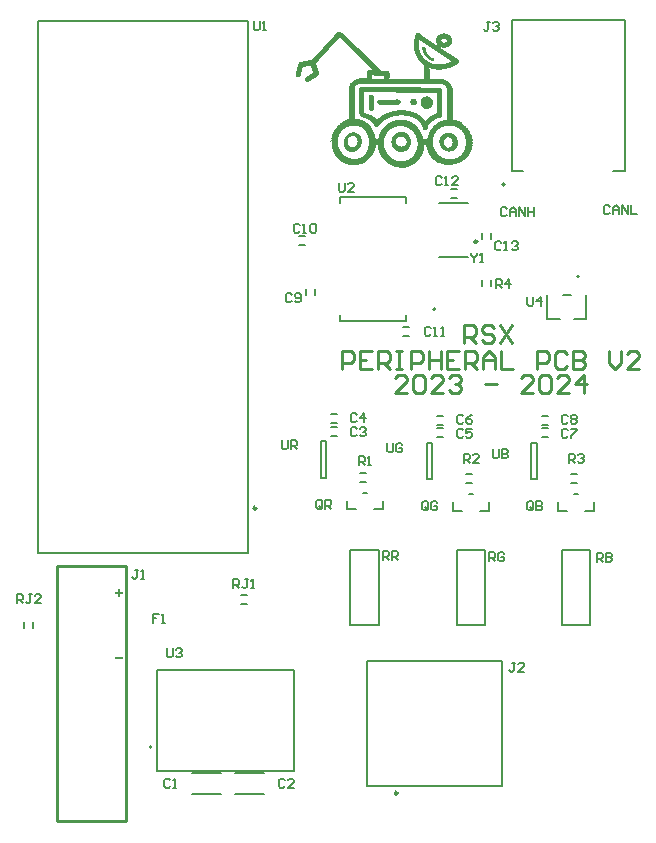
<source format=gto>
G04*
G04 #@! TF.GenerationSoftware,Altium Limited,Altium Designer,23.6.0 (18)*
G04*
G04 Layer_Color=65535*
%FSLAX44Y44*%
%MOMM*%
G71*
G04*
G04 #@! TF.SameCoordinates,002E3AE9-4B00-44C7-B55F-2903AD9EE070*
G04*
G04*
G04 #@! TF.FilePolarity,Positive*
G04*
G01*
G75*
%ADD10C,0.2000*%
%ADD11C,0.2500*%
%ADD12C,0.1524*%
%ADD13C,0.1270*%
%ADD14C,0.2540*%
%ADD15C,0.1778*%
%ADD16R,0.7620X0.2540*%
%ADD17R,0.2540X0.7620*%
G36*
X301333Y671850D02*
X302754D01*
Y671566D01*
X303323D01*
Y671281D01*
X303607D01*
Y670997D01*
X303892D01*
Y670713D01*
X304460D01*
Y670428D01*
X304745D01*
Y670144D01*
X305029D01*
Y669860D01*
X305313D01*
Y669575D01*
X305598D01*
Y669291D01*
X305882D01*
Y669007D01*
X306166D01*
Y668722D01*
X306451D01*
Y668438D01*
X306735D01*
Y668154D01*
X307019D01*
Y667869D01*
X307304D01*
Y667585D01*
X307588D01*
Y667301D01*
X307872D01*
Y667016D01*
X308157D01*
Y666732D01*
X308441D01*
Y666448D01*
X308725D01*
Y666163D01*
X309010D01*
Y665879D01*
X309294D01*
Y665595D01*
X309578D01*
Y665310D01*
X309863D01*
Y665026D01*
X310147D01*
Y664742D01*
X310431D01*
Y664457D01*
X310716D01*
Y664173D01*
X311000D01*
Y663889D01*
X311284D01*
Y663605D01*
X311569D01*
Y663320D01*
X311853D01*
Y663036D01*
X312137D01*
Y662751D01*
X312422D01*
Y662467D01*
X312706D01*
Y662183D01*
X312990D01*
Y661898D01*
X313275D01*
Y661614D01*
X313559D01*
Y661330D01*
X313843D01*
Y661046D01*
X314128D01*
Y660761D01*
X314412D01*
Y660477D01*
X314696D01*
Y660192D01*
X314981D01*
Y659908D01*
X315265D01*
Y659624D01*
X315549D01*
Y659340D01*
X316118D01*
Y659055D01*
X316402D01*
Y658771D01*
X316687D01*
Y658487D01*
X316971D01*
Y658202D01*
X317255D01*
Y657918D01*
X317540D01*
Y657634D01*
X317824D01*
Y657349D01*
X318108D01*
Y657065D01*
X318393D01*
Y656781D01*
X318677D01*
Y656496D01*
X318961D01*
Y656212D01*
X319245D01*
Y655928D01*
X319530D01*
Y655643D01*
X319814D01*
Y655359D01*
X320098D01*
Y655075D01*
X320383D01*
Y654790D01*
X320667D01*
Y654506D01*
X320951D01*
Y654222D01*
X321236D01*
Y653937D01*
X321520D01*
Y653653D01*
X321805D01*
Y653369D01*
X322089D01*
Y653084D01*
X322373D01*
Y652800D01*
X322657D01*
Y652516D01*
X322942D01*
Y652231D01*
X323226D01*
Y651947D01*
X323510D01*
Y651663D01*
X323795D01*
Y651378D01*
X324079D01*
Y651094D01*
X324363D01*
Y650810D01*
X324648D01*
Y650525D01*
X324932D01*
Y650241D01*
X325216D01*
Y649957D01*
X325501D01*
Y649672D01*
X325785D01*
Y649388D01*
X326069D01*
Y649104D01*
X326354D01*
Y648819D01*
X326638D01*
Y648535D01*
X326922D01*
Y648251D01*
X327491D01*
Y647966D01*
X327775D01*
Y647682D01*
X328060D01*
Y647398D01*
X328344D01*
Y647113D01*
X328628D01*
Y646829D01*
X328913D01*
Y646545D01*
X329197D01*
Y646260D01*
X329481D01*
Y645976D01*
X329766D01*
Y645692D01*
X330050D01*
Y645407D01*
X330334D01*
Y645123D01*
X330619D01*
Y644839D01*
X330903D01*
Y644555D01*
X331187D01*
Y644270D01*
X331472D01*
Y643986D01*
X331756D01*
Y643701D01*
X332040D01*
Y643417D01*
X332325D01*
Y643133D01*
X332609D01*
Y642849D01*
X332893D01*
Y642564D01*
X333178D01*
Y642280D01*
X333462D01*
Y641995D01*
X333746D01*
Y641711D01*
X334031D01*
Y641427D01*
X334315D01*
Y641143D01*
X334599D01*
Y640858D01*
X334884D01*
Y640574D01*
X335168D01*
Y640290D01*
X335452D01*
Y640005D01*
X335737D01*
Y639721D01*
X336021D01*
Y639437D01*
X341423D01*
Y639152D01*
X342560D01*
Y638868D01*
X342845D01*
Y638584D01*
X343129D01*
Y638299D01*
X343413D01*
Y637446D01*
X343698D01*
Y633466D01*
X343413D01*
Y632613D01*
X367581D01*
Y632328D01*
X372984D01*
Y643986D01*
X372699D01*
Y644270D01*
X372131D01*
Y644555D01*
X371846D01*
Y644839D01*
X371562D01*
Y645123D01*
X370993D01*
Y645407D01*
X370709D01*
Y645692D01*
X370425D01*
Y645976D01*
X370140D01*
Y646260D01*
X369856D01*
Y646545D01*
X369572D01*
Y646829D01*
X369287D01*
Y647113D01*
X369003D01*
Y647398D01*
X368719D01*
Y647682D01*
X368434D01*
Y648251D01*
X368150D01*
Y648535D01*
X367866D01*
Y648819D01*
X367581D01*
Y649388D01*
X367297D01*
Y649672D01*
X367013D01*
Y650241D01*
X366728D01*
Y650810D01*
X366444D01*
Y651378D01*
X366160D01*
Y651947D01*
X365875D01*
Y652516D01*
X365591D01*
Y653084D01*
X365307D01*
Y653937D01*
X365022D01*
Y654790D01*
X364738D01*
Y655928D01*
X364454D01*
Y657349D01*
X364169D01*
Y659908D01*
X363885D01*
Y662183D01*
X364169D01*
Y664742D01*
X364454D01*
Y666448D01*
X364738D01*
Y667585D01*
X365022D01*
Y668438D01*
X365307D01*
Y669291D01*
X365591D01*
Y670144D01*
X365875D01*
Y670428D01*
X366160D01*
Y670997D01*
X366728D01*
Y671281D01*
X367297D01*
Y671566D01*
X368150D01*
Y671281D01*
X369003D01*
Y670997D01*
X369287D01*
Y670713D01*
X369572D01*
Y670144D01*
X369856D01*
Y669860D01*
X370140D01*
Y669575D01*
X370425D01*
Y669291D01*
X370993D01*
Y669007D01*
X371278D01*
Y668722D01*
X371846D01*
Y668438D01*
X372131D01*
Y668154D01*
X372699D01*
Y667869D01*
X372984D01*
Y667585D01*
X373552D01*
Y667301D01*
X373837D01*
Y667016D01*
X374405D01*
Y666732D01*
X374689D01*
Y666448D01*
X375258D01*
Y666163D01*
X375542D01*
Y665879D01*
X376111D01*
Y665595D01*
X376395D01*
Y665310D01*
X376964D01*
Y665026D01*
X377248D01*
Y664742D01*
X377817D01*
Y664457D01*
X378102D01*
Y664173D01*
X378670D01*
Y663889D01*
X378955D01*
Y663605D01*
X379523D01*
Y663320D01*
X379807D01*
Y663036D01*
X380376D01*
Y662751D01*
X380660D01*
Y662467D01*
X381229D01*
Y662183D01*
X381513D01*
Y661898D01*
X382082D01*
Y661614D01*
X382366D01*
Y661330D01*
X382935D01*
Y661046D01*
X383219D01*
Y660761D01*
X383788D01*
Y661046D01*
X384072D01*
Y661898D01*
X383788D01*
Y662183D01*
X383504D01*
Y662751D01*
X383219D01*
Y663889D01*
X382935D01*
Y665879D01*
X383219D01*
Y667016D01*
X383504D01*
Y667585D01*
X383788D01*
Y668154D01*
X384072D01*
Y668438D01*
X384357D01*
Y668722D01*
X384641D01*
Y669007D01*
X384925D01*
Y669291D01*
X385210D01*
Y669575D01*
X385494D01*
Y669860D01*
X386063D01*
Y670144D01*
X386631D01*
Y670428D01*
X387484D01*
Y670713D01*
X388622D01*
Y670997D01*
X390612D01*
Y670713D01*
X391749D01*
Y670428D01*
X392602D01*
Y670144D01*
X393171D01*
Y669860D01*
X393740D01*
Y669575D01*
X394024D01*
Y669291D01*
X394593D01*
Y669007D01*
X394877D01*
Y668722D01*
X395161D01*
Y668154D01*
X395446D01*
Y667869D01*
X395730D01*
Y667301D01*
X396014D01*
Y666732D01*
X396298D01*
Y665879D01*
X396583D01*
Y663605D01*
X396298D01*
Y662467D01*
X396014D01*
Y661898D01*
X395730D01*
Y661614D01*
X395446D01*
Y661046D01*
X395161D01*
Y660761D01*
X394877D01*
Y660477D01*
X394593D01*
Y660192D01*
X394024D01*
Y659908D01*
X393740D01*
Y659624D01*
X393171D01*
Y659340D01*
X392602D01*
Y659055D01*
X391749D01*
Y658771D01*
X388053D01*
Y659055D01*
X387200D01*
Y658202D01*
X387484D01*
Y657918D01*
X388053D01*
Y657634D01*
X388337D01*
Y657349D01*
X388906D01*
Y657065D01*
X389190D01*
Y656781D01*
X389759D01*
Y656496D01*
X390043D01*
Y656212D01*
X390612D01*
Y655928D01*
X390896D01*
Y655643D01*
X391465D01*
Y655359D01*
X391749D01*
Y655075D01*
X392318D01*
Y654790D01*
X392602D01*
Y654506D01*
X393171D01*
Y654222D01*
X393455D01*
Y653937D01*
X394024D01*
Y653653D01*
X394308D01*
Y653369D01*
X394877D01*
Y653084D01*
X395161D01*
Y652800D01*
X395730D01*
Y652516D01*
X396014D01*
Y652231D01*
X396583D01*
Y651947D01*
X396867D01*
Y651663D01*
X397436D01*
Y651378D01*
X397720D01*
Y651094D01*
X398289D01*
Y650810D01*
X398573D01*
Y650525D01*
X399142D01*
Y650241D01*
X399426D01*
Y649957D01*
X399710D01*
Y649672D01*
X400279D01*
Y649388D01*
X400848D01*
Y649104D01*
X401132D01*
Y648819D01*
X401416D01*
Y648535D01*
X401701D01*
Y648251D01*
X401985D01*
Y647966D01*
X402269D01*
Y647398D01*
X402554D01*
Y647113D01*
X402269D01*
Y646260D01*
X401985D01*
Y645692D01*
X401701D01*
Y645407D01*
X401416D01*
Y645123D01*
X401132D01*
Y644839D01*
X400563D01*
Y644555D01*
X400279D01*
Y644270D01*
X399710D01*
Y643986D01*
X399142D01*
Y643701D01*
X398573D01*
Y643417D01*
X398004D01*
Y643133D01*
X397436D01*
Y642849D01*
X396867D01*
Y642564D01*
X396014D01*
Y642280D01*
X395446D01*
Y641995D01*
X394593D01*
Y641711D01*
X393740D01*
Y641427D01*
X392602D01*
Y641143D01*
X391465D01*
Y640858D01*
X390043D01*
Y640574D01*
X387769D01*
Y640290D01*
X383219D01*
Y640574D01*
X380945D01*
Y640858D01*
X379807D01*
Y641143D01*
X378670D01*
Y641427D01*
X377817D01*
Y641711D01*
X377533D01*
Y641427D01*
X377248D01*
Y641143D01*
X377533D01*
Y632328D01*
X388053D01*
Y632044D01*
X389759D01*
Y631760D01*
X390612D01*
Y631475D01*
X391181D01*
Y631191D01*
X391749D01*
Y630907D01*
X392318D01*
Y630622D01*
X392602D01*
Y630338D01*
X393171D01*
Y630054D01*
X393455D01*
Y629769D01*
X393740D01*
Y629485D01*
X394024D01*
Y629201D01*
X394308D01*
Y628916D01*
X394593D01*
Y628632D01*
X394877D01*
Y628063D01*
X395161D01*
Y627779D01*
X395446D01*
Y627210D01*
X395730D01*
Y626642D01*
X396014D01*
Y626073D01*
X396298D01*
Y625220D01*
X396583D01*
Y624367D01*
X396867D01*
Y622661D01*
X397151D01*
Y618965D01*
X396867D01*
Y607876D01*
X397151D01*
Y600199D01*
X397436D01*
Y599915D01*
X397151D01*
Y598778D01*
X397436D01*
Y598209D01*
X397151D01*
Y597925D01*
X398289D01*
Y597640D01*
X399426D01*
Y597356D01*
X400279D01*
Y597072D01*
X400848D01*
Y596787D01*
X401701D01*
Y596503D01*
X402269D01*
Y596219D01*
X402554D01*
Y596503D01*
X403122D01*
Y596219D01*
X402838D01*
Y595934D01*
X403122D01*
Y595650D01*
X403691D01*
Y595366D01*
X404260D01*
Y595081D01*
X404544D01*
Y594797D01*
X404828D01*
Y594513D01*
X405397D01*
Y594228D01*
X405681D01*
Y593944D01*
X405966D01*
Y593660D01*
X406819D01*
Y592522D01*
X407956D01*
Y592238D01*
X408240D01*
Y591954D01*
X408525D01*
Y591101D01*
X409378D01*
Y590532D01*
X409662D01*
Y590248D01*
X409946D01*
Y589963D01*
X410231D01*
Y589395D01*
X410515D01*
Y589110D01*
X410799D01*
Y588826D01*
X410515D01*
Y588542D01*
X411084D01*
Y588257D01*
X411368D01*
Y587689D01*
X411652D01*
Y587405D01*
X411368D01*
Y587120D01*
X411937D01*
Y586836D01*
X412221D01*
Y586267D01*
X411937D01*
Y585983D01*
X412505D01*
Y585414D01*
X412789D01*
Y584561D01*
X413074D01*
Y583708D01*
X413358D01*
Y582855D01*
X413643D01*
Y581434D01*
X413927D01*
Y580012D01*
X413358D01*
Y579728D01*
X413643D01*
Y579159D01*
X413927D01*
Y577453D01*
X413643D01*
Y576600D01*
X413927D01*
Y575178D01*
X413643D01*
Y574041D01*
X413358D01*
Y573188D01*
X413074D01*
Y572904D01*
X412789D01*
Y572619D01*
X413074D01*
Y572051D01*
X412789D01*
Y571482D01*
X412505D01*
Y570913D01*
X412221D01*
Y570060D01*
X411937D01*
Y569776D01*
X411368D01*
Y569492D01*
X411652D01*
Y569207D01*
X411084D01*
Y568923D01*
X411368D01*
Y568639D01*
X411084D01*
Y568354D01*
X410515D01*
Y568070D01*
X410799D01*
Y567786D01*
X410515D01*
Y567217D01*
X410231D01*
Y566933D01*
X409946D01*
Y566648D01*
X409662D01*
Y566364D01*
X409093D01*
Y565796D01*
X408809D01*
Y565511D01*
X408240D01*
Y565227D01*
X408525D01*
Y564943D01*
X408240D01*
Y564658D01*
X407956D01*
Y564374D01*
X407672D01*
Y564090D01*
X407103D01*
Y563805D01*
X406819D01*
Y563521D01*
X405966D01*
Y562952D01*
X405681D01*
Y562668D01*
X405397D01*
Y562952D01*
X405113D01*
Y562384D01*
X403691D01*
Y562099D01*
X403407D01*
Y561815D01*
X402838D01*
Y561531D01*
X402269D01*
Y561246D01*
X401416D01*
Y560962D01*
X400563D01*
Y560678D01*
X399710D01*
Y560393D01*
X398289D01*
Y560109D01*
X396867D01*
Y559825D01*
X394308D01*
Y559540D01*
X392034D01*
Y559825D01*
X390043D01*
Y560109D01*
X388622D01*
Y560393D01*
X387769D01*
Y560678D01*
X386916D01*
Y560962D01*
X385494D01*
Y561246D01*
X384925D01*
Y561531D01*
X384072D01*
Y561815D01*
X383219D01*
Y562099D01*
X382935D01*
Y562384D01*
X383219D01*
Y562668D01*
X382366D01*
Y563237D01*
X381798D01*
Y563521D01*
X381229D01*
Y563805D01*
X380945D01*
Y564090D01*
X380660D01*
Y564374D01*
X380376D01*
Y564658D01*
X380092D01*
Y564943D01*
X379807D01*
Y565227D01*
X379523D01*
Y565511D01*
X379807D01*
Y565796D01*
X379523D01*
Y566080D01*
X379239D01*
Y565796D01*
X378955D01*
Y566080D01*
X378670D01*
Y566364D01*
X378955D01*
Y566933D01*
X378670D01*
Y566648D01*
X378386D01*
Y566933D01*
X378102D01*
Y567217D01*
X377817D01*
Y567786D01*
X377533D01*
Y568070D01*
X377817D01*
Y568354D01*
X377248D01*
Y568639D01*
X376964D01*
Y569207D01*
X376680D01*
Y569492D01*
X376964D01*
Y569776D01*
X376395D01*
Y570345D01*
X376111D01*
Y571198D01*
X375827D01*
Y571766D01*
X375542D01*
Y572619D01*
X375258D01*
Y573472D01*
X375542D01*
Y573757D01*
X375258D01*
Y574041D01*
X374974D01*
Y574894D01*
X374689D01*
Y576031D01*
X372984D01*
Y574325D01*
X372699D01*
Y574041D01*
X372415D01*
Y573757D01*
X372131D01*
Y573472D01*
X372699D01*
Y572619D01*
X372415D01*
Y571482D01*
X372131D01*
Y570913D01*
X371846D01*
Y570629D01*
X371562D01*
Y570345D01*
X371846D01*
Y569776D01*
X371562D01*
Y569207D01*
X371278D01*
Y568639D01*
X370993D01*
Y568070D01*
X370709D01*
Y567501D01*
X370425D01*
Y566933D01*
X370140D01*
Y566648D01*
X369856D01*
Y566080D01*
X369572D01*
Y565796D01*
X369287D01*
Y565227D01*
X369003D01*
Y564943D01*
X368719D01*
Y564658D01*
X368434D01*
Y564090D01*
X367866D01*
Y563521D01*
X367581D01*
Y563237D01*
X367297D01*
Y562952D01*
X367013D01*
Y562668D01*
X366728D01*
Y562384D01*
X366444D01*
Y562099D01*
X366160D01*
Y561815D01*
X365875D01*
Y562099D01*
X365591D01*
Y561246D01*
X365022D01*
Y560962D01*
X364738D01*
Y560678D01*
X364454D01*
Y560393D01*
X363601D01*
Y560109D01*
X363032D01*
Y559540D01*
X362463D01*
Y559256D01*
X361895D01*
Y558972D01*
X361610D01*
Y558687D01*
X361042D01*
Y558972D01*
X360757D01*
Y558687D01*
X360189D01*
Y558119D01*
X359905D01*
Y558403D01*
X359620D01*
Y558119D01*
X359052D01*
Y557834D01*
X358483D01*
Y557550D01*
X357630D01*
Y557266D01*
X355639D01*
Y556981D01*
X351659D01*
Y557550D01*
X349669D01*
Y557834D01*
X348531D01*
Y558119D01*
X347678D01*
Y558403D01*
X346825D01*
Y558687D01*
X345972D01*
Y558972D01*
X345404D01*
Y559256D01*
X344551D01*
Y559540D01*
X344266D01*
Y559825D01*
X343698D01*
Y560109D01*
X343129D01*
Y560393D01*
X342845D01*
Y560678D01*
X342276D01*
Y560962D01*
X341992D01*
Y561246D01*
X341423D01*
Y561531D01*
X341139D01*
Y561815D01*
X340854D01*
Y562099D01*
X340570D01*
Y562384D01*
X340286D01*
Y562668D01*
X339717D01*
Y562952D01*
X339433D01*
Y563521D01*
X338864D01*
Y564090D01*
X338580D01*
Y564374D01*
X338296D01*
Y564658D01*
X338011D01*
Y564943D01*
X337727D01*
Y565227D01*
X337443D01*
Y565796D01*
X337158D01*
Y566080D01*
X336874D01*
Y566648D01*
X336590D01*
Y566933D01*
X336305D01*
Y567501D01*
X336021D01*
Y568070D01*
X335737D01*
Y568639D01*
X335452D01*
Y569207D01*
X335168D01*
Y569776D01*
X334884D01*
Y570629D01*
X334599D01*
Y571198D01*
X334315D01*
Y572335D01*
X334031D01*
Y573472D01*
X333746D01*
Y574610D01*
X333462D01*
Y576600D01*
X332040D01*
Y575747D01*
X331756D01*
Y574041D01*
X331472D01*
Y573188D01*
X331187D01*
Y572335D01*
X330903D01*
Y571482D01*
X330619D01*
Y570913D01*
X330334D01*
Y570345D01*
X330050D01*
Y569776D01*
X329766D01*
Y569207D01*
X329481D01*
Y568923D01*
X329197D01*
Y568354D01*
X328913D01*
Y568070D01*
X328628D01*
Y567501D01*
X328344D01*
Y567217D01*
X328060D01*
Y566933D01*
X327775D01*
Y566364D01*
X327491D01*
Y566080D01*
X327207D01*
Y565796D01*
X326922D01*
Y565511D01*
X326638D01*
Y565227D01*
X326354D01*
Y564943D01*
X326069D01*
Y564658D01*
X325501D01*
Y564374D01*
X325216D01*
Y564090D01*
X324932D01*
Y563805D01*
X324648D01*
Y563521D01*
X324079D01*
Y563237D01*
X323795D01*
Y562952D01*
X323510D01*
Y562668D01*
X323226D01*
Y562384D01*
X322942D01*
Y562099D01*
X323226D01*
Y561815D01*
X322942D01*
Y562099D01*
X322657D01*
Y561815D01*
X322373D01*
Y561531D01*
X322089D01*
Y561246D01*
X321520D01*
Y560962D01*
X321236D01*
Y560678D01*
X320951D01*
Y560393D01*
X320383D01*
Y560109D01*
X317255D01*
Y559825D01*
X316118D01*
Y559540D01*
X314412D01*
Y559256D01*
X311569D01*
Y559540D01*
X309294D01*
Y559825D01*
X308157D01*
Y560109D01*
X307019D01*
Y560393D01*
X306166D01*
Y560678D01*
X305598D01*
Y560962D01*
X305029D01*
Y561246D01*
X304460D01*
Y561531D01*
X303892D01*
Y561815D01*
X303323D01*
Y562099D01*
X303039D01*
Y562384D01*
X302470D01*
Y562668D01*
X302186D01*
Y562952D01*
X301901D01*
Y563237D01*
X301333D01*
Y563521D01*
X301049D01*
Y563805D01*
X300764D01*
Y564090D01*
X300480D01*
Y564374D01*
X300196D01*
Y564658D01*
X299911D01*
Y564943D01*
X299627D01*
Y565227D01*
X299342D01*
Y565511D01*
X299058D01*
Y565796D01*
X298774D01*
Y566080D01*
X298489D01*
Y566648D01*
X298205D01*
Y566933D01*
X297921D01*
Y567217D01*
X297637D01*
Y567786D01*
X297352D01*
Y568354D01*
X297068D01*
Y568639D01*
X296784D01*
Y569207D01*
X296499D01*
Y569776D01*
X296215D01*
Y570345D01*
X295931D01*
Y571198D01*
X295646D01*
Y572051D01*
X295362D01*
Y572904D01*
X295078D01*
Y574041D01*
X294793D01*
Y575747D01*
X294509D01*
Y579728D01*
X294225D01*
Y579443D01*
X293656D01*
Y579159D01*
X293087D01*
Y579728D01*
X293372D01*
Y580012D01*
X293940D01*
Y580581D01*
X294509D01*
Y581434D01*
X294225D01*
Y582571D01*
X294509D01*
Y583708D01*
X294793D01*
Y584561D01*
X295362D01*
Y584846D01*
X295078D01*
Y585414D01*
X295362D01*
Y585983D01*
X295646D01*
Y586552D01*
X296215D01*
Y586836D01*
X295931D01*
Y587120D01*
X296499D01*
Y587405D01*
X296215D01*
Y587689D01*
X296499D01*
Y588257D01*
X296784D01*
Y588826D01*
X297068D01*
Y589110D01*
X297637D01*
Y589395D01*
X297352D01*
Y589679D01*
X297637D01*
Y589963D01*
X297921D01*
Y590248D01*
X298205D01*
Y590816D01*
X298489D01*
Y591101D01*
X298774D01*
Y591385D01*
X299058D01*
Y591954D01*
X299342D01*
Y592238D01*
X299627D01*
Y592522D01*
X299911D01*
Y592807D01*
X300196D01*
Y593091D01*
X300480D01*
Y593375D01*
X300764D01*
Y593660D01*
X301333D01*
Y593944D01*
X301617D01*
Y594513D01*
X301901D01*
Y594797D01*
X302470D01*
Y595081D01*
X302754D01*
Y595366D01*
X303039D01*
Y595650D01*
X303892D01*
Y596219D01*
X304176D01*
Y596503D01*
X304745D01*
Y596787D01*
X305598D01*
Y597072D01*
X305882D01*
Y597356D01*
X306166D01*
Y597640D01*
X306735D01*
Y597925D01*
X307872D01*
Y598209D01*
X308157D01*
Y597925D01*
X308441D01*
Y598493D01*
X308725D01*
Y598778D01*
X309010D01*
Y609013D01*
X309294D01*
Y614700D01*
X309010D01*
Y615269D01*
X308725D01*
Y615553D01*
X309294D01*
Y615269D01*
X309578D01*
Y620387D01*
X309294D01*
Y620671D01*
X309578D01*
Y620955D01*
X309294D01*
Y622093D01*
X309578D01*
Y622661D01*
X309294D01*
Y625504D01*
X309578D01*
Y626357D01*
X309863D01*
Y627495D01*
X310147D01*
Y628063D01*
X310431D01*
Y628632D01*
X310716D01*
Y628916D01*
X311284D01*
Y629201D01*
X311569D01*
Y629485D01*
X311853D01*
Y629769D01*
X312137D01*
Y630054D01*
X312422D01*
Y630338D01*
X312706D01*
Y630622D01*
X313275D01*
Y630907D01*
X313559D01*
Y631191D01*
X313843D01*
Y631475D01*
X314412D01*
Y631760D01*
X314981D01*
Y632044D01*
X315549D01*
Y632328D01*
X316402D01*
Y632613D01*
X317824D01*
Y632897D01*
X324079D01*
Y636309D01*
Y636593D01*
X324363D01*
Y638299D01*
X324648D01*
Y638868D01*
X324932D01*
Y639152D01*
X325216D01*
Y639437D01*
X325501D01*
Y639721D01*
X326638D01*
Y640005D01*
X328060D01*
Y639721D01*
X329481D01*
Y640005D01*
X329197D01*
Y640290D01*
X328913D01*
Y640574D01*
X328628D01*
Y640858D01*
X328344D01*
Y641143D01*
X328060D01*
Y641427D01*
X327775D01*
Y641711D01*
X327491D01*
Y641995D01*
X327207D01*
Y642280D01*
X326922D01*
Y642564D01*
X326638D01*
Y642849D01*
X326354D01*
Y643133D01*
X326069D01*
Y643417D01*
X325785D01*
Y643701D01*
X325501D01*
Y643986D01*
X325216D01*
Y644270D01*
X324932D01*
Y644555D01*
X324648D01*
Y644839D01*
X324363D01*
Y645123D01*
X324079D01*
Y645407D01*
X323510D01*
Y645692D01*
X323226D01*
Y645976D01*
X322942D01*
Y646260D01*
X322657D01*
Y646545D01*
X322373D01*
Y646829D01*
X322089D01*
Y647113D01*
X321805D01*
Y647398D01*
X321520D01*
Y647682D01*
X321236D01*
Y647966D01*
X320951D01*
Y648251D01*
X320667D01*
Y648535D01*
X320383D01*
Y648819D01*
X320098D01*
Y649104D01*
X319814D01*
Y649388D01*
X319530D01*
Y649672D01*
X319245D01*
Y649957D01*
X318961D01*
Y650241D01*
X318677D01*
Y650525D01*
X318393D01*
Y650810D01*
X318108D01*
Y651094D01*
X317824D01*
Y651378D01*
X317540D01*
Y651663D01*
X317255D01*
Y651947D01*
X316971D01*
Y652231D01*
X316687D01*
Y652516D01*
X316402D01*
Y652800D01*
X316118D01*
Y653084D01*
X315834D01*
Y653369D01*
X315549D01*
Y653653D01*
X315265D01*
Y653937D01*
X314981D01*
Y654222D01*
X314696D01*
Y654506D01*
X314412D01*
Y654790D01*
X314128D01*
Y655075D01*
X313843D01*
Y655359D01*
X313559D01*
Y655643D01*
X313275D01*
Y655928D01*
X312990D01*
Y656212D01*
X312706D01*
Y656496D01*
X312422D01*
Y656781D01*
X312137D01*
Y657065D01*
X311853D01*
Y657349D01*
X311284D01*
Y657634D01*
X311000D01*
Y657918D01*
X310716D01*
Y658202D01*
X310431D01*
Y658487D01*
X310147D01*
Y658771D01*
X309863D01*
Y659055D01*
X309578D01*
Y659340D01*
X309294D01*
Y659624D01*
X309010D01*
Y659908D01*
X308725D01*
Y660192D01*
X308441D01*
Y660477D01*
X308157D01*
Y660761D01*
X307872D01*
Y661046D01*
X307588D01*
Y661330D01*
X307304D01*
Y661614D01*
X307019D01*
Y661898D01*
X306735D01*
Y662183D01*
X306451D01*
Y662467D01*
X306166D01*
Y662751D01*
X305882D01*
Y663036D01*
X305598D01*
Y663320D01*
X305313D01*
Y663605D01*
X305029D01*
Y663889D01*
X304745D01*
Y664173D01*
X304460D01*
Y664457D01*
X304176D01*
Y664742D01*
X303892D01*
Y665026D01*
X303607D01*
Y665310D01*
X303323D01*
Y665595D01*
X303039D01*
Y665879D01*
X302754D01*
Y666163D01*
X302470D01*
Y666448D01*
X302186D01*
Y666732D01*
X301901D01*
Y667016D01*
X301617D01*
Y667301D01*
X301049D01*
Y667016D01*
X300764D01*
Y666732D01*
X300480D01*
Y666448D01*
X300196D01*
Y666163D01*
X299911D01*
Y665879D01*
X299627D01*
Y665595D01*
X299342D01*
Y665310D01*
X299058D01*
Y665026D01*
X298774D01*
Y664742D01*
X298489D01*
Y664173D01*
X298205D01*
Y663889D01*
X297921D01*
Y663605D01*
X297637D01*
Y663320D01*
X297352D01*
Y663036D01*
X297068D01*
Y662751D01*
X296784D01*
Y662467D01*
X296499D01*
Y662183D01*
X296215D01*
Y661898D01*
X295931D01*
Y661614D01*
X295646D01*
Y661046D01*
X295362D01*
Y660761D01*
X295078D01*
Y660477D01*
X294793D01*
Y660192D01*
X294509D01*
Y659908D01*
X294225D01*
Y659624D01*
X293940D01*
Y659340D01*
X293656D01*
Y659055D01*
X293372D01*
Y658771D01*
X293087D01*
Y658487D01*
X292803D01*
Y658202D01*
X292519D01*
Y657634D01*
X292234D01*
Y657349D01*
X291950D01*
Y657065D01*
X291666D01*
Y656781D01*
X291381D01*
Y656496D01*
X291097D01*
Y656212D01*
X290813D01*
Y655928D01*
X290528D01*
Y655643D01*
X290244D01*
Y655359D01*
X289960D01*
Y655075D01*
X289675D01*
Y654790D01*
X289391D01*
Y654222D01*
X289107D01*
Y653937D01*
X288822D01*
Y653653D01*
X288538D01*
Y653369D01*
X288254D01*
Y653084D01*
X287969D01*
Y652800D01*
X287685D01*
Y652516D01*
X287401D01*
Y652231D01*
X287116D01*
Y651947D01*
X286832D01*
Y651378D01*
X286548D01*
Y651094D01*
X286263D01*
Y650810D01*
X285979D01*
Y650525D01*
X285695D01*
Y650241D01*
X285410D01*
Y649957D01*
X285126D01*
Y649672D01*
X284842D01*
Y649388D01*
X284557D01*
Y649104D01*
X284273D01*
Y648819D01*
X283989D01*
Y648535D01*
X283704D01*
Y647966D01*
X283420D01*
Y647682D01*
X283136D01*
Y647398D01*
X282852D01*
Y647113D01*
X282567D01*
Y646829D01*
X282283D01*
Y646545D01*
X281999D01*
Y646260D01*
X281714D01*
Y645976D01*
X281430D01*
Y645692D01*
X281145D01*
Y644839D01*
X281430D01*
Y643986D01*
X281714D01*
Y643133D01*
X281999D01*
Y642280D01*
X282283D01*
Y641427D01*
X282567D01*
Y640574D01*
X282852D01*
Y639721D01*
X283136D01*
Y638868D01*
X283420D01*
Y638015D01*
X283704D01*
Y637162D01*
X283989D01*
Y636593D01*
X283704D01*
Y635740D01*
X283420D01*
Y635456D01*
X283136D01*
Y635172D01*
X282852D01*
Y634887D01*
X282567D01*
Y634603D01*
X281999D01*
Y634319D01*
X281714D01*
Y634034D01*
X281430D01*
Y633750D01*
X280861D01*
Y633466D01*
X280577D01*
Y633181D01*
X280008D01*
Y632897D01*
X279724D01*
Y632613D01*
X279155D01*
Y632328D01*
X278871D01*
Y632044D01*
X278302D01*
Y631760D01*
X278018D01*
Y631475D01*
X277449D01*
Y631191D01*
X277165D01*
Y630907D01*
X276596D01*
Y630622D01*
X276312D01*
Y630338D01*
X275743D01*
Y630054D01*
X275459D01*
Y629769D01*
X273469D01*
Y630054D01*
X273184D01*
Y630338D01*
X272900D01*
Y630622D01*
X272616D01*
Y630907D01*
X272331D01*
Y633181D01*
X272616D01*
Y633466D01*
X272900D01*
Y633750D01*
X273184D01*
Y634034D01*
X273753D01*
Y634319D01*
X274037D01*
Y634603D01*
X274606D01*
Y634887D01*
X274890D01*
Y635172D01*
X275459D01*
Y635456D01*
X275743D01*
Y635740D01*
X276312D01*
Y636025D01*
X276596D01*
Y636309D01*
X277165D01*
Y636593D01*
X277449D01*
Y636878D01*
X278018D01*
Y637162D01*
X278302D01*
Y637446D01*
X278871D01*
Y638584D01*
X278587D01*
Y639437D01*
X278302D01*
Y640005D01*
X278018D01*
Y641143D01*
X277734D01*
Y641995D01*
X277449D01*
Y642849D01*
X277165D01*
Y643701D01*
X275743D01*
Y643417D01*
X274606D01*
Y643133D01*
X273184D01*
Y642849D01*
X271763D01*
Y642564D01*
X270625D01*
Y642280D01*
X270057D01*
Y641427D01*
X269772D01*
Y640290D01*
X269488D01*
Y639152D01*
X269204D01*
Y638299D01*
X268919D01*
Y637162D01*
X268635D01*
Y636025D01*
X268351D01*
Y635172D01*
X268066D01*
Y634603D01*
X267782D01*
Y634319D01*
X267498D01*
Y634034D01*
X266929D01*
Y633750D01*
X265223D01*
Y634034D01*
X264939D01*
Y634319D01*
X264655D01*
Y634603D01*
X264370D01*
Y634887D01*
X264086D01*
Y637162D01*
X264370D01*
Y638299D01*
X264655D01*
Y639152D01*
X264939D01*
Y640290D01*
X265223D01*
Y641427D01*
X265507D01*
Y642564D01*
X265792D01*
Y643701D01*
X266076D01*
Y644555D01*
X266360D01*
Y645407D01*
X266645D01*
Y645692D01*
X266929D01*
Y645976D01*
X267213D01*
Y646260D01*
X267498D01*
Y646545D01*
X269488D01*
Y646829D01*
X270625D01*
Y647113D01*
X272047D01*
Y647398D01*
X273184D01*
Y647682D01*
X274606D01*
Y647966D01*
X276028D01*
Y648251D01*
X277165D01*
Y648535D01*
X278018D01*
Y648819D01*
X278302D01*
Y649104D01*
X278587D01*
Y649388D01*
X278871D01*
Y649672D01*
X279155D01*
Y649957D01*
X279440D01*
Y650241D01*
X279724D01*
Y650525D01*
X280008D01*
Y650810D01*
X280292D01*
Y651094D01*
X280577D01*
Y651378D01*
X280861D01*
Y651947D01*
X281145D01*
Y652231D01*
X281430D01*
Y652516D01*
X281714D01*
Y652800D01*
X281999D01*
Y653084D01*
X282283D01*
Y653369D01*
X282567D01*
Y653653D01*
X282852D01*
Y653937D01*
X283136D01*
Y654222D01*
X283420D01*
Y654506D01*
X283704D01*
Y654790D01*
X283989D01*
Y655359D01*
X284273D01*
Y655643D01*
X284557D01*
Y655928D01*
X284842D01*
Y656212D01*
X285126D01*
Y656496D01*
X285410D01*
Y656781D01*
X285695D01*
Y657065D01*
X285979D01*
Y657349D01*
X286263D01*
Y657634D01*
X286548D01*
Y657918D01*
X286832D01*
Y658202D01*
X287116D01*
Y658771D01*
X287401D01*
Y659055D01*
X287685D01*
Y659340D01*
X287969D01*
Y659624D01*
X288254D01*
Y659908D01*
X288538D01*
Y660192D01*
X288822D01*
Y660477D01*
X289107D01*
Y660761D01*
X289391D01*
Y661046D01*
X289675D01*
Y661330D01*
X289960D01*
Y661614D01*
X290244D01*
Y662183D01*
X290528D01*
Y662467D01*
X290813D01*
Y662751D01*
X291097D01*
Y663036D01*
X291381D01*
Y663320D01*
X291666D01*
Y663605D01*
X291950D01*
Y663889D01*
X292234D01*
Y664173D01*
X292519D01*
Y664457D01*
X292803D01*
Y664742D01*
X293087D01*
Y665310D01*
X293372D01*
Y665595D01*
X293656D01*
Y665879D01*
X293940D01*
Y666163D01*
X294225D01*
Y666448D01*
X294509D01*
Y666732D01*
X294793D01*
Y667016D01*
X295078D01*
Y667301D01*
X295362D01*
Y667585D01*
X295646D01*
Y667869D01*
X295931D01*
Y668154D01*
X296215D01*
Y668722D01*
X296499D01*
Y669007D01*
X296784D01*
Y669291D01*
X297068D01*
Y669575D01*
X297352D01*
Y669860D01*
X297637D01*
Y670144D01*
X297921D01*
Y670428D01*
X298205D01*
Y670713D01*
X298489D01*
Y670997D01*
X298774D01*
Y671281D01*
X299058D01*
Y671566D01*
X299342D01*
Y671850D01*
X299911D01*
Y672134D01*
X301333D01*
Y671850D01*
D02*
G37*
G36*
X399995Y597640D02*
X399426D01*
Y597925D01*
X399995D01*
Y597640D01*
D02*
G37*
G36*
X400563Y597356D02*
X400279D01*
Y597640D01*
X400563D01*
Y597356D01*
D02*
G37*
G36*
X401985Y596787D02*
X401701D01*
Y597072D01*
X401985D01*
Y596787D01*
D02*
G37*
G36*
X404544Y595366D02*
X404260D01*
Y595650D01*
X404544D01*
Y595366D01*
D02*
G37*
G36*
X405966Y594228D02*
X405681D01*
Y594513D01*
X405966D01*
Y594228D01*
D02*
G37*
G36*
X369572Y563237D02*
X369287D01*
Y563521D01*
X369572D01*
Y563237D01*
D02*
G37*
%LPC*%
G36*
X390896Y666448D02*
X388622D01*
Y666163D01*
X388053D01*
Y665879D01*
X387769D01*
Y665595D01*
X387484D01*
Y664457D01*
X387769D01*
Y664173D01*
X388053D01*
Y663889D01*
X388337D01*
Y663605D01*
X388622D01*
Y663320D01*
X389190D01*
Y663036D01*
X390612D01*
Y663320D01*
X391465D01*
Y663605D01*
X391749D01*
Y663889D01*
X392034D01*
Y664173D01*
Y665310D01*
X391749D01*
Y665879D01*
X391181D01*
Y666163D01*
X390896D01*
Y666448D01*
D02*
G37*
G36*
X369572Y665026D02*
X368719D01*
Y663605D01*
X368434D01*
Y658487D01*
X368719D01*
Y656781D01*
X369003D01*
Y655928D01*
X369287D01*
Y655075D01*
X369572D01*
Y654222D01*
X369856D01*
Y653653D01*
X370140D01*
Y653084D01*
X370425D01*
Y652516D01*
X370709D01*
Y652231D01*
X370993D01*
Y651663D01*
X371278D01*
Y651378D01*
X371562D01*
Y651094D01*
X371846D01*
Y650810D01*
Y650525D01*
X372131D01*
Y650241D01*
X372415D01*
Y649957D01*
X372699D01*
Y649672D01*
X372984D01*
Y649388D01*
X373268D01*
Y649104D01*
X373552D01*
Y648819D01*
X373837D01*
Y648535D01*
X374121D01*
Y648251D01*
X374689D01*
Y647966D01*
X374974D01*
Y647682D01*
X375542D01*
Y647398D01*
X375827D01*
Y647113D01*
X376395D01*
Y646829D01*
X376964D01*
Y646545D01*
X377533D01*
Y646260D01*
X378102D01*
Y645976D01*
X378955D01*
Y645692D01*
X379807D01*
Y645407D01*
X380945D01*
Y645123D01*
X382366D01*
Y644839D01*
X388622D01*
Y645123D01*
X390328D01*
Y645407D01*
X391465D01*
Y645692D01*
X392602D01*
Y645976D01*
X393455D01*
Y646260D01*
X394308D01*
Y646545D01*
X394877D01*
Y646829D01*
X395446D01*
Y647113D01*
X395730D01*
Y647398D01*
X395446D01*
Y647682D01*
X394877D01*
Y647966D01*
X394593D01*
Y648251D01*
X394024D01*
Y648535D01*
X393740D01*
Y648819D01*
X393171D01*
Y649104D01*
X392887D01*
Y649388D01*
X392318D01*
Y649672D01*
X392034D01*
Y649957D01*
X391465D01*
Y650241D01*
X391181D01*
Y650525D01*
X390612D01*
Y650810D01*
X390328D01*
Y651094D01*
X389759D01*
Y651378D01*
X389475D01*
Y651663D01*
X388906D01*
Y651947D01*
X388622D01*
Y652231D01*
X388053D01*
Y652516D01*
X387769D01*
Y652800D01*
X387200D01*
Y653084D01*
X386916D01*
Y653369D01*
X386347D01*
Y653653D01*
X386063D01*
Y653937D01*
X385494D01*
Y654222D01*
X385210D01*
Y654506D01*
X384641D01*
Y654790D01*
X384357D01*
Y655075D01*
X383788D01*
Y655359D01*
X383504D01*
Y655643D01*
X382935D01*
Y655928D01*
X382651D01*
Y656212D01*
X382082D01*
Y656496D01*
X381798D01*
Y656781D01*
X381229D01*
Y657065D01*
X380945D01*
Y657349D01*
X380376D01*
Y657634D01*
X380092D01*
Y657918D01*
X379523D01*
Y658202D01*
X379239D01*
Y658487D01*
X378670D01*
Y658771D01*
X378386D01*
Y659055D01*
X377817D01*
Y659340D01*
X377533D01*
Y659624D01*
X376964D01*
Y659908D01*
X376680D01*
Y660192D01*
X376111D01*
Y660477D01*
X375827D01*
Y660761D01*
X375258D01*
Y661046D01*
X374974D01*
Y661330D01*
X374689D01*
Y661614D01*
X374121D01*
Y661898D01*
X373837D01*
Y662183D01*
X373268D01*
Y662467D01*
X372699D01*
Y662751D01*
X372415D01*
Y663036D01*
X372131D01*
Y663320D01*
X371562D01*
Y663605D01*
X371278D01*
Y663889D01*
X370709D01*
Y664173D01*
X370425D01*
Y664457D01*
X369856D01*
Y664742D01*
X369572D01*
Y665026D01*
D02*
G37*
G36*
X330619Y635456D02*
X328628D01*
Y632613D01*
X339148D01*
Y634887D01*
X338296D01*
Y635172D01*
X330619D01*
Y635456D01*
D02*
G37*
G36*
X337727Y628348D02*
X317824D01*
Y628063D01*
X317255D01*
Y627779D01*
X316687D01*
Y627495D01*
X316118D01*
Y627210D01*
X315549D01*
Y626926D01*
X315265D01*
Y626642D01*
X314981D01*
Y626357D01*
X314696D01*
Y625789D01*
X314412D01*
Y598778D01*
X314696D01*
Y598493D01*
X316971D01*
Y598209D01*
X318393D01*
Y597925D01*
X319245D01*
Y597640D01*
X320098D01*
Y597356D01*
X320667D01*
Y597072D01*
X321520D01*
Y596787D01*
X321805D01*
Y596503D01*
X322373D01*
Y596219D01*
X322942D01*
Y595934D01*
X323226D01*
Y595650D01*
X323795D01*
Y595366D01*
X324079D01*
Y595081D01*
X324648D01*
Y594797D01*
X324932D01*
Y594513D01*
X325216D01*
Y594228D01*
X325501D01*
Y593944D01*
X325785D01*
Y593660D01*
X326069D01*
Y593375D01*
X326354D01*
Y593091D01*
X326638D01*
Y592807D01*
X326922D01*
Y592522D01*
X327207D01*
Y592238D01*
X327491D01*
Y591669D01*
X327775D01*
Y591385D01*
X328060D01*
Y590816D01*
X328344D01*
Y590532D01*
X328628D01*
Y589963D01*
X328913D01*
Y589395D01*
X329197D01*
Y589110D01*
X329481D01*
Y588542D01*
X329766D01*
Y587689D01*
X330050D01*
Y587120D01*
X330334D01*
Y586267D01*
X330619D01*
Y585414D01*
X330903D01*
Y584561D01*
X331187D01*
Y583424D01*
X331472D01*
Y582002D01*
X331756D01*
Y581149D01*
X333746D01*
Y581434D01*
X334031D01*
Y582571D01*
X334315D01*
Y583708D01*
X334599D01*
Y584561D01*
X334884D01*
Y585414D01*
X335168D01*
Y585983D01*
X335452D01*
Y586836D01*
X335737D01*
Y587405D01*
X336021D01*
Y587689D01*
X336305D01*
Y588257D01*
X336590D01*
Y588826D01*
X336874D01*
Y589110D01*
X337158D01*
Y589395D01*
Y589679D01*
X337443D01*
Y589963D01*
X337727D01*
Y590532D01*
X338011D01*
Y590816D01*
X338296D01*
Y591101D01*
X338580D01*
Y591385D01*
X338864D01*
Y591669D01*
X339148D01*
Y591954D01*
X339433D01*
Y592238D01*
X339717D01*
Y592522D01*
X340001D01*
Y592807D01*
X340286D01*
Y593091D01*
X340570D01*
Y593375D01*
X340854D01*
Y593660D01*
X341139D01*
Y593944D01*
X341707D01*
Y594228D01*
X341992D01*
Y594513D01*
X342560D01*
Y594797D01*
X342845D01*
Y595081D01*
X343413D01*
Y595366D01*
X343698D01*
Y595650D01*
X344266D01*
Y595934D01*
X344835D01*
Y596219D01*
X345688D01*
Y596503D01*
X346257D01*
Y596787D01*
X347110D01*
Y597072D01*
X347963D01*
Y597356D01*
X349384D01*
Y597640D01*
X350806D01*
Y597925D01*
X355071D01*
Y597640D01*
X356777D01*
Y597356D01*
X357914D01*
Y597072D01*
X358767D01*
Y596787D01*
X359620D01*
Y596503D01*
X360473D01*
Y596219D01*
X361042D01*
Y595934D01*
X361610D01*
Y595650D01*
X362179D01*
Y595366D01*
X362463D01*
Y595081D01*
X363032D01*
Y594797D01*
X363601D01*
Y594513D01*
X363885D01*
Y594228D01*
X364169D01*
Y593944D01*
X364738D01*
Y593660D01*
X365022D01*
Y593375D01*
X365307D01*
Y593091D01*
X365591D01*
Y592807D01*
X365875D01*
Y592522D01*
X366160D01*
Y592238D01*
X366444D01*
Y591954D01*
X366728D01*
Y591669D01*
X367013D01*
Y591385D01*
X367297D01*
Y591101D01*
X367581D01*
Y590816D01*
X367866D01*
Y590248D01*
X368150D01*
Y589963D01*
X368434D01*
Y589679D01*
X368719D01*
Y589110D01*
X369003D01*
Y588826D01*
X369287D01*
Y588257D01*
X369572D01*
Y587689D01*
X369856D01*
Y587405D01*
X370140D01*
Y586552D01*
X370425D01*
Y585983D01*
X370709D01*
Y585414D01*
X370993D01*
Y584561D01*
X371278D01*
Y583708D01*
X371562D01*
Y582855D01*
X371846D01*
Y581434D01*
X372131D01*
Y581149D01*
X375542D01*
Y582002D01*
X375827D01*
Y583139D01*
X376111D01*
Y584277D01*
X376395D01*
Y585130D01*
X376680D01*
Y585983D01*
X376964D01*
Y586552D01*
X377248D01*
Y587120D01*
X377533D01*
Y587689D01*
X377817D01*
Y588257D01*
X378102D01*
Y588826D01*
X378386D01*
Y589110D01*
X378670D01*
Y589679D01*
X378955D01*
Y589963D01*
X379239D01*
Y590532D01*
X379523D01*
Y590816D01*
X379807D01*
Y591101D01*
X380092D01*
Y591385D01*
X380376D01*
Y591954D01*
X380660D01*
Y592238D01*
X380945D01*
Y592522D01*
X381229D01*
Y592807D01*
X381513D01*
Y593091D01*
X381798D01*
Y593375D01*
X382366D01*
Y593660D01*
X382651D01*
Y593944D01*
X382935D01*
Y594228D01*
X383219D01*
Y594513D01*
X383788D01*
Y594797D01*
X384072D01*
Y595081D01*
X384641D01*
Y595366D01*
X384925D01*
Y595650D01*
X385494D01*
Y595934D01*
X386063D01*
Y596219D01*
X386631D01*
Y596503D01*
X387200D01*
Y596787D01*
X388053D01*
Y597072D01*
X388906D01*
Y597356D01*
X389759D01*
Y597640D01*
X390896D01*
Y597925D01*
X392602D01*
Y609866D01*
X392318D01*
Y624083D01*
X392034D01*
Y624651D01*
X391749D01*
Y625220D01*
X391465D01*
Y625789D01*
X391181D01*
Y626073D01*
X390896D01*
Y626357D01*
X390612D01*
Y626642D01*
X390328D01*
Y626926D01*
X389759D01*
Y627210D01*
X389475D01*
Y627495D01*
X388622D01*
Y627779D01*
X383504D01*
Y628063D01*
X337727D01*
Y628348D01*
D02*
G37*
G36*
X314981Y592807D02*
X311853D01*
Y592522D01*
X310147D01*
Y592238D01*
X309294D01*
Y591954D01*
X308441D01*
Y591669D01*
X307588D01*
Y591385D01*
X307019D01*
Y591101D01*
X306735D01*
Y590816D01*
X306166D01*
Y590532D01*
X305598D01*
Y590248D01*
X305313D01*
Y589963D01*
X305029D01*
Y589679D01*
X304460D01*
Y589395D01*
X304176D01*
Y589110D01*
X303892D01*
Y588826D01*
X303607D01*
Y588542D01*
X303323D01*
Y588257D01*
X303039D01*
Y587973D01*
X302754D01*
Y587405D01*
X302470D01*
Y587120D01*
X302186D01*
Y586836D01*
X301901D01*
Y586267D01*
X301617D01*
Y585699D01*
X301333D01*
Y585414D01*
X301049D01*
Y584561D01*
X300764D01*
Y583993D01*
X300480D01*
Y583424D01*
X300196D01*
Y582287D01*
X299911D01*
Y580581D01*
X299627D01*
Y577453D01*
X299911D01*
Y575747D01*
X300196D01*
Y574610D01*
X300480D01*
Y573757D01*
X300764D01*
Y573188D01*
X301049D01*
Y572619D01*
X301333D01*
Y572051D01*
X301617D01*
Y571482D01*
X301901D01*
Y571198D01*
X302186D01*
Y570629D01*
X302470D01*
Y570345D01*
X302754D01*
Y570060D01*
X303039D01*
Y569492D01*
X303323D01*
Y569207D01*
X303607D01*
Y568923D01*
X303892D01*
Y568639D01*
X304176D01*
Y568354D01*
X304460D01*
Y568070D01*
X305029D01*
Y567786D01*
X305313D01*
Y567501D01*
X305598D01*
Y567217D01*
X306166D01*
Y566933D01*
X306451D01*
Y566648D01*
X307019D01*
Y566364D01*
X307588D01*
Y566080D01*
X308157D01*
Y565796D01*
X309010D01*
Y565511D01*
X309863D01*
Y565227D01*
X311000D01*
Y564943D01*
X312990D01*
Y564658D01*
X314696D01*
Y564943D01*
X316687D01*
Y565227D01*
X317824D01*
Y565511D01*
X318677D01*
Y565796D01*
X319245D01*
Y566080D01*
X320098D01*
Y566364D01*
X320383D01*
Y566648D01*
X320951D01*
Y566933D01*
X321236D01*
Y567217D01*
X321805D01*
Y567786D01*
X322089D01*
Y568070D01*
X322373D01*
Y568354D01*
X322657D01*
Y568639D01*
X322942D01*
Y569207D01*
X323226D01*
Y569492D01*
X323510D01*
Y570060D01*
X323795D01*
Y570629D01*
X324079D01*
Y571198D01*
X324363D01*
Y571766D01*
X324648D01*
Y572335D01*
X324932D01*
Y573188D01*
X325216D01*
Y574041D01*
X325501D01*
Y575178D01*
X325785D01*
Y576884D01*
X326069D01*
Y580012D01*
X325785D01*
Y582002D01*
X325501D01*
Y583139D01*
X325216D01*
Y583993D01*
X324932D01*
Y584561D01*
X324648D01*
Y585414D01*
X324363D01*
Y585983D01*
X324079D01*
Y586552D01*
X323795D01*
Y586836D01*
X323510D01*
Y587405D01*
X323226D01*
Y587973D01*
X322942D01*
Y588257D01*
X322657D01*
Y588542D01*
X322373D01*
Y588826D01*
X322089D01*
Y589395D01*
X321805D01*
Y589679D01*
X321520D01*
Y589963D01*
X321236D01*
Y590248D01*
X320951D01*
Y590532D01*
X320667D01*
Y590816D01*
X320383D01*
Y591101D01*
X319814D01*
Y591385D01*
X319245D01*
Y591669D01*
X318393D01*
Y591954D01*
X317824D01*
Y592238D01*
X316687D01*
Y592522D01*
X314981D01*
Y592807D01*
D02*
G37*
G36*
X396867D02*
X391465D01*
Y592522D01*
X390328D01*
Y592238D01*
X389475D01*
Y591954D01*
X388622D01*
Y591669D01*
X388053D01*
Y591385D01*
X387484D01*
Y591101D01*
X386916D01*
Y590816D01*
X386631D01*
Y590532D01*
X386063D01*
Y590248D01*
X385778D01*
Y589963D01*
X385210D01*
Y589679D01*
X384925D01*
Y589395D01*
X384641D01*
Y589110D01*
X384357D01*
Y588826D01*
X384072D01*
Y588542D01*
X383788D01*
Y588257D01*
X383504D01*
Y587973D01*
X383219D01*
Y587689D01*
X382935D01*
Y587120D01*
X382651D01*
Y586836D01*
X382366D01*
Y586267D01*
X382082D01*
Y585983D01*
X381798D01*
Y585414D01*
X381513D01*
Y584846D01*
X381229D01*
Y583993D01*
X380945D01*
Y583424D01*
X380660D01*
Y582287D01*
X380376D01*
Y580865D01*
X380092D01*
Y577169D01*
X380376D01*
Y575463D01*
X380660D01*
Y574610D01*
X380945D01*
Y573757D01*
X381229D01*
Y573188D01*
X381513D01*
Y572619D01*
X381798D01*
Y572051D01*
X382082D01*
Y571482D01*
X382366D01*
Y571198D01*
X382651D01*
Y570629D01*
X382935D01*
Y570345D01*
X383219D01*
Y570060D01*
X383504D01*
Y569492D01*
X383788D01*
Y569207D01*
X384072D01*
Y568923D01*
X384357D01*
Y568639D01*
X384641D01*
Y568354D01*
X384925D01*
Y568070D01*
X385210D01*
Y567786D01*
X385778D01*
Y567501D01*
X386063D01*
Y567217D01*
X386347D01*
Y566933D01*
X386916D01*
Y566648D01*
X387484D01*
Y566364D01*
X387769D01*
Y566080D01*
X388337D01*
Y565796D01*
X388906D01*
Y565511D01*
X389759D01*
Y565227D01*
X390612D01*
Y564943D01*
X391749D01*
Y564658D01*
X393740D01*
Y564374D01*
X396014D01*
Y564658D01*
X398004D01*
Y564943D01*
X398857D01*
Y565227D01*
X399710D01*
Y565511D01*
X400563D01*
Y565796D01*
X401132D01*
Y566080D01*
X401701D01*
Y566364D01*
X401985D01*
Y566648D01*
X402554D01*
Y566933D01*
X402838D01*
Y567217D01*
X403122D01*
Y567501D01*
X403691D01*
Y567786D01*
X403975D01*
Y568070D01*
X404260D01*
Y568354D01*
X404544D01*
Y568639D01*
X404828D01*
Y569207D01*
X405113D01*
Y569492D01*
X405397D01*
Y569776D01*
X405681D01*
Y570345D01*
X405966D01*
Y570629D01*
X406250D01*
Y571198D01*
X406534D01*
Y571766D01*
X406819D01*
Y572335D01*
X407103D01*
Y573188D01*
X407387D01*
Y574041D01*
X407672D01*
Y575178D01*
X407956D01*
Y577737D01*
X408240D01*
Y579159D01*
X407956D01*
Y581718D01*
X407672D01*
Y582855D01*
X407387D01*
Y583708D01*
X407103D01*
Y584561D01*
X406819D01*
Y585130D01*
X406534D01*
Y585699D01*
X406250D01*
Y586267D01*
X405966D01*
Y586836D01*
X405681D01*
Y587405D01*
X405397D01*
Y587689D01*
X405113D01*
Y587973D01*
X404828D01*
Y588257D01*
X404544D01*
Y588826D01*
X404260D01*
Y589110D01*
X403975D01*
Y589395D01*
X403407D01*
Y589679D01*
X403122D01*
Y589963D01*
X402838D01*
Y590248D01*
X402269D01*
Y590532D01*
X401985D01*
Y590816D01*
X401416D01*
Y591101D01*
X400848D01*
Y591385D01*
X400279D01*
Y591669D01*
X399710D01*
Y591954D01*
X398857D01*
Y592238D01*
X398004D01*
Y592522D01*
X396867D01*
Y592807D01*
D02*
G37*
G36*
X353649Y592522D02*
X351659D01*
Y592238D01*
X349669D01*
Y591954D01*
X348531D01*
Y591669D01*
X347678D01*
Y591385D01*
X347110D01*
Y591101D01*
X346541D01*
Y590816D01*
X345972D01*
Y590532D01*
X345404D01*
Y590248D01*
X345119D01*
Y589963D01*
X344551D01*
Y589679D01*
X344266D01*
Y589395D01*
X343982D01*
Y589110D01*
X343698D01*
Y588826D01*
X343413D01*
Y588542D01*
X343129D01*
Y588257D01*
X342845D01*
Y587973D01*
X342560D01*
Y587689D01*
X342276D01*
Y587405D01*
X341992D01*
Y587120D01*
X341707D01*
Y586836D01*
X341423D01*
Y586267D01*
X341139D01*
Y585983D01*
X340854D01*
Y585414D01*
X340570D01*
Y584846D01*
X340286D01*
Y584277D01*
X340001D01*
Y583708D01*
X339717D01*
Y582855D01*
X339433D01*
Y582002D01*
X339148D01*
Y580581D01*
X338864D01*
Y575463D01*
X339148D01*
Y574041D01*
X339433D01*
Y573188D01*
X339717D01*
Y572335D01*
X340001D01*
Y571766D01*
X340286D01*
Y571198D01*
X340570D01*
Y570629D01*
X340854D01*
Y570060D01*
X341139D01*
Y569492D01*
X341423D01*
Y569207D01*
X341707D01*
Y568923D01*
X341992D01*
Y568354D01*
X342276D01*
Y568070D01*
X342560D01*
Y567786D01*
X342845D01*
Y567501D01*
X343129D01*
Y567217D01*
X343413D01*
Y566933D01*
X343698D01*
Y566648D01*
X343982D01*
Y566364D01*
X344266D01*
Y566080D01*
X344551D01*
Y565796D01*
X344835D01*
Y565511D01*
X345404D01*
Y565227D01*
X345688D01*
Y564943D01*
X346257D01*
Y564658D01*
X346825D01*
Y564374D01*
X347394D01*
Y564090D01*
X347963D01*
Y563805D01*
X348531D01*
Y563521D01*
X349384D01*
Y563237D01*
X350522D01*
Y562952D01*
X353649D01*
Y562668D01*
X353934D01*
Y562952D01*
X356493D01*
Y563237D01*
X357630D01*
Y563521D01*
X358199D01*
Y563805D01*
X359052D01*
Y564090D01*
X359620D01*
Y564374D01*
X360189D01*
Y564658D01*
X360473D01*
Y564943D01*
X361042D01*
Y565227D01*
X361326D01*
Y565511D01*
X361895D01*
Y565796D01*
X362179D01*
Y566080D01*
X362463D01*
Y566364D01*
X362748D01*
Y566648D01*
X363032D01*
Y566933D01*
X363316D01*
Y567217D01*
X363601D01*
Y567501D01*
X363885D01*
Y567786D01*
X364169D01*
Y568070D01*
X364454D01*
Y568639D01*
X364738D01*
Y568923D01*
X365022D01*
Y569492D01*
X365307D01*
Y570060D01*
X365591D01*
Y570345D01*
X365875D01*
Y571198D01*
X366160D01*
Y571766D01*
X366444D01*
Y572619D01*
X366728D01*
Y573757D01*
X367013D01*
Y575178D01*
X367297D01*
Y576884D01*
Y577169D01*
Y578875D01*
X367013D01*
Y580581D01*
X366728D01*
Y581718D01*
X366444D01*
Y582571D01*
X366160D01*
Y583424D01*
X365875D01*
Y583993D01*
X365591D01*
Y584561D01*
X365307D01*
Y584846D01*
X365022D01*
Y585414D01*
X364738D01*
Y585983D01*
X364454D01*
Y586267D01*
X364169D01*
Y586552D01*
X363885D01*
Y587120D01*
X363601D01*
Y587405D01*
X363316D01*
Y587689D01*
X363032D01*
Y587973D01*
X362748D01*
Y588257D01*
X362463D01*
Y588542D01*
X362179D01*
Y588826D01*
X361895D01*
Y589110D01*
X361610D01*
Y589395D01*
X361042D01*
Y589679D01*
X360757D01*
Y589963D01*
X360189D01*
Y590248D01*
X359905D01*
Y590532D01*
X359336D01*
Y590816D01*
X358767D01*
Y591101D01*
X358199D01*
Y591385D01*
X357630D01*
Y591669D01*
X356777D01*
Y591954D01*
X355639D01*
Y592238D01*
X353649D01*
Y592522D01*
D02*
G37*
%LPD*%
G36*
X373415Y659340D02*
X373699D01*
Y658487D01*
X373983D01*
Y656496D01*
X374268D01*
Y655643D01*
X374552D01*
Y655075D01*
X374836D01*
Y654506D01*
X375121D01*
Y653937D01*
X375405D01*
Y653653D01*
X375689D01*
Y653084D01*
X375974D01*
Y652800D01*
X376258D01*
Y652516D01*
X376542D01*
Y652231D01*
X376827D01*
Y651663D01*
X377111D01*
Y651378D01*
X377680D01*
Y651094D01*
X377964D01*
Y650810D01*
X378248D01*
Y650525D01*
X378532D01*
Y650241D01*
X379101D01*
Y649957D01*
X380523D01*
Y649672D01*
X381091D01*
Y649104D01*
X381376D01*
Y647966D01*
X381091D01*
Y647682D01*
X380523D01*
Y647398D01*
X379101D01*
Y647682D01*
X378248D01*
Y647966D01*
X377680D01*
Y648251D01*
X377395D01*
Y648535D01*
X376827D01*
Y648819D01*
X376542D01*
Y649104D01*
X376258D01*
Y649388D01*
X375689D01*
Y649672D01*
X375405D01*
Y649957D01*
X375121D01*
Y650241D01*
X374836D01*
Y650810D01*
X374552D01*
Y651094D01*
X374268D01*
Y651378D01*
X373983D01*
Y651663D01*
X373699D01*
Y652231D01*
X373415D01*
Y652516D01*
X373130D01*
Y653084D01*
X372846D01*
Y653653D01*
X372562D01*
Y654222D01*
X372277D01*
Y654790D01*
X371993D01*
Y655643D01*
X371709D01*
Y656781D01*
X371424D01*
Y659055D01*
X371709D01*
Y659340D01*
X371993D01*
Y659624D01*
X373415D01*
Y659340D01*
D02*
G37*
G36*
X370425Y624936D02*
X386063D01*
Y624651D01*
X386631D01*
Y624367D01*
X386916D01*
Y624083D01*
X387200D01*
Y623798D01*
X387484D01*
Y623514D01*
X387769D01*
Y622661D01*
X388053D01*
Y603611D01*
X388337D01*
Y601621D01*
X388053D01*
Y600768D01*
X387769D01*
Y600484D01*
X387484D01*
Y600199D01*
X387200D01*
Y599915D01*
X386916D01*
Y599631D01*
X385778D01*
Y599346D01*
X384641D01*
Y599062D01*
X384072D01*
Y598778D01*
X383219D01*
Y598493D01*
X382651D01*
Y598209D01*
X382366D01*
Y597925D01*
X381798D01*
Y597640D01*
X381229D01*
Y597356D01*
X380945D01*
Y597072D01*
X380376D01*
Y596787D01*
X380092D01*
Y596503D01*
X379807D01*
Y596219D01*
X379523D01*
Y595934D01*
X378955D01*
Y595650D01*
X378670D01*
Y595366D01*
X378386D01*
Y595081D01*
X378102D01*
Y594797D01*
X377817D01*
Y594513D01*
X377533D01*
Y593944D01*
X377248D01*
Y593660D01*
X376964D01*
Y593375D01*
X376680D01*
Y593091D01*
X376395D01*
Y592522D01*
X376111D01*
Y591385D01*
X375827D01*
Y589963D01*
X375542D01*
Y589679D01*
X375258D01*
Y589395D01*
X374974D01*
Y589110D01*
X374689D01*
Y588826D01*
X372984D01*
Y589110D01*
X372415D01*
Y589395D01*
X372131D01*
Y589679D01*
X371846D01*
Y590532D01*
X371562D01*
Y591669D01*
X371278D01*
Y592522D01*
X370993D01*
Y593091D01*
X370709D01*
Y593660D01*
X370425D01*
Y594228D01*
X370140D01*
Y594513D01*
X369856D01*
Y595081D01*
X369572D01*
Y595366D01*
X369287D01*
Y595650D01*
X369003D01*
Y595934D01*
X368719D01*
Y596219D01*
X368434D01*
Y596503D01*
X368150D01*
Y596787D01*
X367866D01*
Y597072D01*
X367581D01*
Y597356D01*
X367013D01*
Y597640D01*
X366728D01*
Y597925D01*
X366444D01*
Y598209D01*
X365875D01*
Y598493D01*
X365591D01*
Y598778D01*
X365022D01*
Y599062D01*
X364454D01*
Y599346D01*
X363885D01*
Y599631D01*
X363316D01*
Y599915D01*
X362463D01*
Y600199D01*
X361610D01*
Y600484D01*
X360757D01*
Y600768D01*
X359620D01*
Y601052D01*
X358199D01*
Y601337D01*
X355924D01*
Y601621D01*
X351659D01*
Y601337D01*
X349384D01*
Y601052D01*
X347678D01*
Y600768D01*
X346541D01*
Y600484D01*
X345688D01*
Y600199D01*
X344551D01*
Y599915D01*
X343982D01*
Y599631D01*
X343129D01*
Y599346D01*
X342560D01*
Y599062D01*
X341992D01*
Y598778D01*
X341423D01*
Y598493D01*
X340854D01*
Y598209D01*
X340286D01*
Y597925D01*
X339717D01*
Y597640D01*
X339433D01*
Y597356D01*
X338864D01*
Y597072D01*
X338580D01*
Y596787D01*
X338296D01*
Y596503D01*
X337727D01*
Y596219D01*
X337443D01*
Y595934D01*
X337158D01*
Y595650D01*
X336874D01*
Y595366D01*
X336590D01*
Y595081D01*
X336305D01*
Y594797D01*
X336021D01*
Y594513D01*
X335737D01*
Y594228D01*
X335452D01*
Y593660D01*
X335168D01*
Y593375D01*
X334884D01*
Y593091D01*
X334599D01*
Y592522D01*
X334315D01*
Y592238D01*
X334031D01*
Y591954D01*
X333462D01*
Y591669D01*
X331756D01*
Y591954D01*
X331472D01*
Y592238D01*
X331187D01*
Y592522D01*
X330903D01*
Y592807D01*
X330619D01*
Y593375D01*
X330334D01*
Y593944D01*
X330050D01*
Y594228D01*
X329766D01*
Y594797D01*
X329481D01*
Y595081D01*
X329197D01*
Y595366D01*
X328913D01*
Y595650D01*
X328628D01*
Y595934D01*
X328344D01*
Y596219D01*
X328060D01*
Y596503D01*
X327775D01*
Y596787D01*
X327207D01*
Y597072D01*
X326922D01*
Y597356D01*
X326354D01*
Y597640D01*
X325785D01*
Y597925D01*
X325216D01*
Y598209D01*
X324648D01*
Y598493D01*
X324079D01*
Y598778D01*
X323226D01*
Y599062D01*
X322657D01*
Y599346D01*
X322089D01*
Y599631D01*
X320667D01*
Y599915D01*
X320098D01*
Y600199D01*
X319814D01*
Y600484D01*
X319530D01*
Y600768D01*
X318961D01*
Y601052D01*
X318677D01*
Y601621D01*
X318393D01*
Y602189D01*
X318108D01*
Y602758D01*
X317824D01*
Y604464D01*
X317540D01*
Y620102D01*
X317255D01*
Y623798D01*
X317540D01*
Y624367D01*
X317824D01*
Y624651D01*
X318108D01*
Y624936D01*
X318393D01*
Y625220D01*
X370425D01*
Y624936D01*
D02*
G37*
%LPC*%
G36*
X349100Y620955D02*
X321805D01*
Y609013D01*
X322089D01*
Y603611D01*
X322373D01*
Y603327D01*
X323795D01*
Y603042D01*
X324932D01*
Y602758D01*
X325785D01*
Y602474D01*
X326354D01*
Y602189D01*
X327207D01*
Y601905D01*
X327775D01*
Y601621D01*
X328344D01*
Y601337D01*
X328913D01*
Y601052D01*
X329197D01*
Y600768D01*
X329766D01*
Y600484D01*
X330050D01*
Y600199D01*
X330619D01*
Y599915D01*
X330903D01*
Y599631D01*
X331187D01*
Y599346D01*
X331472D01*
Y599062D01*
X331756D01*
Y598778D01*
X332325D01*
Y598493D01*
X332609D01*
Y597925D01*
X333178D01*
Y598209D01*
X333462D01*
Y598493D01*
X333746D01*
Y598778D01*
X334031D01*
Y599062D01*
X334315D01*
Y599346D01*
X334884D01*
Y599631D01*
X335168D01*
Y599915D01*
X335452D01*
Y600199D01*
X335737D01*
Y600484D01*
X336305D01*
Y600768D01*
X336590D01*
Y601052D01*
X337158D01*
Y601337D01*
X337443D01*
Y601621D01*
X338011D01*
Y601905D01*
X338580D01*
Y602189D01*
X338864D01*
Y602474D01*
X339433D01*
Y602758D01*
X340001D01*
Y603042D01*
X340570D01*
Y603327D01*
X341423D01*
Y603611D01*
X341992D01*
Y603895D01*
X342845D01*
Y604180D01*
X343698D01*
Y604464D01*
X344551D01*
Y604748D01*
X345688D01*
Y605033D01*
X346825D01*
Y605317D01*
X348247D01*
Y605602D01*
X350237D01*
Y605886D01*
X357346D01*
Y605602D01*
X359336D01*
Y605317D01*
X360473D01*
Y605033D01*
X361895D01*
Y604748D01*
X362748D01*
Y604464D01*
X363601D01*
Y604180D01*
X364454D01*
Y603895D01*
X365022D01*
Y603611D01*
X365875D01*
Y603327D01*
X366444D01*
Y603042D01*
X367013D01*
Y602758D01*
X367581D01*
Y602474D01*
X367866D01*
Y602189D01*
X368434D01*
Y601905D01*
X369003D01*
Y601621D01*
X369287D01*
Y601337D01*
X369572D01*
Y601052D01*
X370140D01*
Y600768D01*
X370425D01*
Y600484D01*
X370709D01*
Y600199D01*
X370993D01*
Y599915D01*
X371278D01*
Y599631D01*
X371562D01*
Y599346D01*
X371846D01*
Y599062D01*
X372131D01*
Y598778D01*
X372415D01*
Y598493D01*
X372699D01*
Y598209D01*
X372984D01*
Y597925D01*
X373268D01*
Y597356D01*
X373552D01*
Y597072D01*
X373837D01*
Y596787D01*
X374121D01*
Y597072D01*
X374405D01*
Y597356D01*
X374689D01*
Y597640D01*
X374974D01*
Y598209D01*
X375542D01*
Y598493D01*
X375827D01*
Y598778D01*
X376111D01*
Y599062D01*
X376395D01*
Y599346D01*
X376680D01*
Y599631D01*
X376964D01*
Y599915D01*
X377248D01*
Y600199D01*
X377817D01*
Y600484D01*
X378102D01*
Y600768D01*
X378670D01*
Y601052D01*
X378955D01*
Y601337D01*
X379523D01*
Y601621D01*
X379807D01*
Y601905D01*
X380376D01*
Y602189D01*
X380945D01*
Y602474D01*
X381513D01*
Y602758D01*
X382082D01*
Y603042D01*
X382935D01*
Y603327D01*
X383788D01*
Y612141D01*
Y612425D01*
Y619249D01*
X383504D01*
Y620671D01*
X349100D01*
Y620955D01*
D02*
G37*
%LPD*%
G36*
X351090Y614700D02*
X352228D01*
Y614416D01*
X352512D01*
Y614131D01*
X352796D01*
Y613847D01*
X353081D01*
Y613278D01*
X353365D01*
Y612141D01*
X353081D01*
Y611572D01*
X352796D01*
Y611004D01*
X352228D01*
Y610719D01*
X351659D01*
Y610435D01*
X340570D01*
Y610151D01*
X334884D01*
Y610435D01*
X334315D01*
Y610719D01*
X333746D01*
Y611004D01*
X333462D01*
Y611572D01*
X333178D01*
Y613278D01*
X333462D01*
Y613847D01*
X333746D01*
Y614131D01*
X334315D01*
Y614416D01*
X335168D01*
Y614700D01*
X349100D01*
Y614984D01*
X351090D01*
Y614700D01*
D02*
G37*
G36*
X364454Y615269D02*
X365022D01*
Y614984D01*
X365591D01*
Y614700D01*
X365875D01*
Y614416D01*
Y614131D01*
X366160D01*
Y613563D01*
X366444D01*
Y612425D01*
X366728D01*
Y611857D01*
X366444D01*
Y611288D01*
X366160D01*
Y611004D01*
X365875D01*
Y610719D01*
X365591D01*
Y610435D01*
X365022D01*
Y610151D01*
X364169D01*
Y609866D01*
X363032D01*
Y610151D01*
X362463D01*
Y610435D01*
X361895D01*
Y610719D01*
X361610D01*
Y611288D01*
X361326D01*
Y611857D01*
X361042D01*
Y613847D01*
X361326D01*
Y614416D01*
X361610D01*
Y614700D01*
X361895D01*
Y614984D01*
X362463D01*
Y615269D01*
X363032D01*
Y615553D01*
X364454D01*
Y615269D01*
D02*
G37*
G36*
X375827Y617259D02*
X376964D01*
Y616975D01*
X377533D01*
Y616690D01*
X378102D01*
Y616406D01*
X378386D01*
Y616122D01*
X378670D01*
Y615837D01*
X378955D01*
Y615553D01*
X379239D01*
Y615269D01*
X379523D01*
Y614700D01*
X379807D01*
Y614416D01*
X380092D01*
Y613563D01*
X380376D01*
Y610719D01*
X380092D01*
Y609866D01*
X379807D01*
Y609298D01*
X379523D01*
Y609013D01*
X379239D01*
Y608729D01*
X378955D01*
Y608445D01*
X378670D01*
Y608160D01*
X378386D01*
Y607876D01*
X377817D01*
Y607592D01*
X377248D01*
Y607307D01*
X376680D01*
Y607023D01*
X373837D01*
Y607307D01*
X372984D01*
Y607592D01*
X372415D01*
Y607876D01*
X372131D01*
Y608160D01*
X371562D01*
Y608445D01*
X371278D01*
Y608729D01*
X370993D01*
Y609013D01*
X370709D01*
Y609582D01*
X370425D01*
Y610151D01*
X370140D01*
Y610719D01*
X369856D01*
Y613847D01*
X370140D01*
Y614700D01*
X370425D01*
Y614984D01*
X370709D01*
Y615553D01*
X370993D01*
Y615837D01*
X371278D01*
Y616122D01*
X371562D01*
Y616406D01*
X371846D01*
Y616690D01*
X372415D01*
Y616975D01*
X372984D01*
Y617259D01*
X374121D01*
Y617543D01*
X375827D01*
Y617259D01*
D02*
G37*
G36*
X328628Y618396D02*
X329481D01*
Y618112D01*
X329766D01*
Y617543D01*
X330050D01*
Y616406D01*
X330334D01*
Y606739D01*
X330050D01*
Y606170D01*
X329766D01*
Y605886D01*
X329481D01*
Y605602D01*
X328913D01*
Y605317D01*
X327491D01*
Y605602D01*
X326922D01*
Y605886D01*
X326354D01*
Y606170D01*
X326069D01*
Y607307D01*
X325785D01*
Y617543D01*
X326069D01*
Y618112D01*
X326354D01*
Y618396D01*
X327491D01*
Y618681D01*
X328628D01*
Y618396D01*
D02*
G37*
G36*
X314696Y586836D02*
X315549D01*
Y586552D01*
X316118D01*
Y586267D01*
X316402D01*
Y585983D01*
X316971D01*
Y585699D01*
X317255D01*
Y585414D01*
X317540D01*
Y585130D01*
X317824D01*
Y584846D01*
X318108D01*
Y584561D01*
X318393D01*
Y583993D01*
X318677D01*
Y583708D01*
X318961D01*
Y583139D01*
X319245D01*
Y582571D01*
X319530D01*
Y581434D01*
X319814D01*
Y577169D01*
X319530D01*
Y576031D01*
X319245D01*
Y575463D01*
X318961D01*
Y574894D01*
X318677D01*
Y574325D01*
X318393D01*
Y573757D01*
X318108D01*
Y573472D01*
X317824D01*
Y573188D01*
X317540D01*
Y572904D01*
X317255D01*
Y572619D01*
X316971D01*
Y572335D01*
X316687D01*
Y572051D01*
X316402D01*
Y571766D01*
X316118D01*
Y571482D01*
X315549D01*
Y571198D01*
X314981D01*
Y570913D01*
X314412D01*
Y570629D01*
X313559D01*
Y570345D01*
X310147D01*
Y570629D01*
X309294D01*
Y570913D01*
X308725D01*
Y571198D01*
X308157D01*
Y571482D01*
X307872D01*
Y571766D01*
X307588D01*
Y572051D01*
X307304D01*
Y572335D01*
X307019D01*
Y572619D01*
X306735D01*
Y572904D01*
X306451D01*
Y573188D01*
X306166D01*
Y573757D01*
X305882D01*
Y574325D01*
X305598D01*
Y574894D01*
X305313D01*
Y575747D01*
X305029D01*
Y577453D01*
X304745D01*
Y578590D01*
X305029D01*
Y580581D01*
X305313D01*
Y581434D01*
X305598D01*
Y582002D01*
X305882D01*
Y582571D01*
X306166D01*
Y583139D01*
X306451D01*
Y583708D01*
X306735D01*
Y583993D01*
X307019D01*
Y584277D01*
X307304D01*
Y584561D01*
X307588D01*
Y584846D01*
X307872D01*
Y585130D01*
X308157D01*
Y585414D01*
X308441D01*
Y585699D01*
X308725D01*
Y585983D01*
X309294D01*
Y586267D01*
X309863D01*
Y586552D01*
X310431D01*
Y586836D01*
X311569D01*
Y587120D01*
X314696D01*
Y586836D01*
D02*
G37*
%LPC*%
G36*
X313559Y583993D02*
X311569D01*
Y583708D01*
X310716D01*
Y583424D01*
X310147D01*
Y583139D01*
X309863D01*
Y582855D01*
X309578D01*
Y582571D01*
X309294D01*
Y582287D01*
X309010D01*
Y582002D01*
X308725D01*
Y581434D01*
X308441D01*
Y580581D01*
X308157D01*
Y579443D01*
Y579159D01*
Y577737D01*
X308441D01*
Y577169D01*
X308725D01*
Y576600D01*
X309010D01*
Y576031D01*
X309294D01*
Y575747D01*
X309578D01*
Y575463D01*
X309863D01*
Y575178D01*
X310431D01*
Y574894D01*
X311000D01*
Y574610D01*
X313559D01*
Y574894D01*
X314128D01*
Y575178D01*
X314696D01*
Y575463D01*
X314981D01*
Y575747D01*
X315265D01*
Y576031D01*
X315549D01*
Y576316D01*
X315834D01*
Y576884D01*
X316118D01*
Y577453D01*
X316402D01*
Y578590D01*
X316687D01*
Y579728D01*
X316402D01*
Y581149D01*
X316118D01*
Y581718D01*
X315834D01*
Y582287D01*
X315549D01*
Y582571D01*
X315265D01*
Y582855D01*
X314981D01*
Y583139D01*
X314412D01*
Y583424D01*
X314128D01*
Y583708D01*
X313559D01*
Y583993D01*
D02*
G37*
%LPD*%
G36*
X394877Y586267D02*
X396014D01*
Y585983D01*
X396583D01*
Y585699D01*
X397151D01*
Y585414D01*
X397720D01*
Y585130D01*
X398004D01*
Y584846D01*
X398289D01*
Y584561D01*
X398857D01*
Y584277D01*
X399142D01*
Y583708D01*
X399426D01*
Y583424D01*
X399710D01*
Y583139D01*
X399995D01*
Y582855D01*
X400279D01*
Y582287D01*
X400563D01*
Y581718D01*
X400848D01*
Y580865D01*
X401132D01*
Y579728D01*
X401416D01*
Y577169D01*
X401132D01*
Y575747D01*
X400848D01*
Y574894D01*
X400563D01*
Y574325D01*
X400279D01*
Y574041D01*
X399995D01*
Y573472D01*
X399710D01*
Y573188D01*
X399426D01*
Y572904D01*
X399142D01*
Y572619D01*
X398857D01*
Y572335D01*
X398573D01*
Y572051D01*
X398004D01*
Y571766D01*
X397720D01*
Y571482D01*
X397151D01*
Y571198D01*
X396298D01*
Y570913D01*
X394877D01*
Y570629D01*
X393171D01*
Y570913D01*
X391749D01*
Y571198D01*
X390896D01*
Y571482D01*
X390328D01*
Y571766D01*
X389759D01*
Y572051D01*
X389475D01*
Y572335D01*
X389190D01*
Y572619D01*
X388622D01*
Y572904D01*
X388337D01*
Y573188D01*
X388053D01*
Y573472D01*
X387769D01*
Y573757D01*
X387484D01*
Y574325D01*
X387200D01*
Y574610D01*
X386916D01*
Y575178D01*
X386631D01*
Y575747D01*
X386347D01*
Y576600D01*
X386063D01*
Y577737D01*
X385778D01*
Y580581D01*
X386063D01*
Y581434D01*
X386347D01*
Y582287D01*
X386631D01*
Y582855D01*
X386916D01*
Y583424D01*
X387200D01*
Y583708D01*
X387484D01*
Y583993D01*
X387769D01*
Y584277D01*
X388053D01*
Y584561D01*
X388337D01*
Y584846D01*
X388622D01*
Y585130D01*
X388906D01*
Y585414D01*
X389475D01*
Y585699D01*
X390043D01*
Y585983D01*
X390612D01*
Y586267D01*
X391465D01*
Y586552D01*
X394877D01*
Y586267D01*
D02*
G37*
%LPC*%
G36*
X394024Y582855D02*
X392318D01*
Y582571D01*
X391749D01*
Y582287D01*
X391465D01*
Y582002D01*
X391181D01*
Y581718D01*
X390896D01*
Y581434D01*
X390612D01*
Y581149D01*
X390328D01*
Y580581D01*
X390043D01*
Y579728D01*
X389759D01*
Y577453D01*
X390043D01*
Y576600D01*
X390328D01*
Y576031D01*
X390612D01*
Y575463D01*
X390896D01*
Y575178D01*
X391181D01*
Y574894D01*
X391465D01*
Y574610D01*
X392034D01*
Y574325D01*
X392602D01*
Y574041D01*
X394024D01*
Y574325D01*
X394877D01*
Y574610D01*
X395161D01*
Y574894D01*
X395446D01*
Y575178D01*
X395730D01*
Y575463D01*
X396014D01*
Y576031D01*
X396298D01*
Y576600D01*
X396583D01*
Y577737D01*
X396867D01*
Y578875D01*
X396583D01*
Y580296D01*
X396298D01*
Y580865D01*
X396014D01*
Y581149D01*
X395730D01*
Y581718D01*
X395446D01*
Y582002D01*
X395161D01*
Y582287D01*
X394593D01*
Y582571D01*
X394024D01*
Y582855D01*
D02*
G37*
%LPD*%
G36*
X355071Y587120D02*
X356208D01*
Y586836D01*
X356777D01*
Y586552D01*
X357346D01*
Y586267D01*
X357914D01*
Y585983D01*
X358199D01*
Y585699D01*
X358483D01*
Y585414D01*
X358767D01*
Y585130D01*
X359052D01*
Y584846D01*
X359336D01*
Y584561D01*
X359620D01*
Y584277D01*
X359905D01*
Y583993D01*
X360189D01*
Y583424D01*
X360473D01*
Y582855D01*
X360757D01*
Y582287D01*
X361042D01*
Y581434D01*
X361326D01*
Y580296D01*
X361610D01*
Y577453D01*
X361326D01*
Y576316D01*
X361042D01*
Y575463D01*
X360757D01*
Y574894D01*
X360473D01*
Y574325D01*
X360189D01*
Y573757D01*
X359905D01*
Y573472D01*
X359620D01*
Y573188D01*
X359336D01*
Y572904D01*
X359052D01*
Y572619D01*
X358767D01*
Y572335D01*
X358483D01*
Y572051D01*
X358199D01*
Y571766D01*
X357914D01*
Y571482D01*
X357346D01*
Y571198D01*
X356777D01*
Y570913D01*
X355924D01*
Y570629D01*
X355071D01*
Y570345D01*
X351659D01*
Y570629D01*
X350806D01*
Y570913D01*
X349953D01*
Y571198D01*
X349384D01*
Y571482D01*
X349100D01*
Y571766D01*
X348531D01*
Y572051D01*
X348247D01*
Y572335D01*
X347963D01*
Y572619D01*
X347678D01*
Y572904D01*
X347394D01*
Y573188D01*
X347110D01*
Y573472D01*
X346825D01*
Y574041D01*
X346541D01*
Y574325D01*
X346257D01*
Y574894D01*
X345972D01*
Y575463D01*
X345688D01*
Y576316D01*
X345404D01*
Y577737D01*
X345119D01*
Y580012D01*
X345404D01*
Y581434D01*
X345688D01*
Y582287D01*
X345972D01*
Y582855D01*
X346257D01*
Y583424D01*
X346541D01*
Y583708D01*
X346825D01*
Y584277D01*
X347110D01*
Y584561D01*
X347394D01*
Y584846D01*
X347678D01*
Y585130D01*
X347963D01*
Y585414D01*
X348247D01*
Y585699D01*
X348531D01*
Y585983D01*
X349100D01*
Y586267D01*
X349384D01*
Y586552D01*
X349953D01*
Y586836D01*
X350522D01*
Y587120D01*
X351659D01*
Y587405D01*
X355071D01*
Y587120D01*
D02*
G37*
%LPC*%
G36*
X354502Y583424D02*
X352228D01*
Y583139D01*
X351375D01*
Y582855D01*
X350806D01*
Y582571D01*
X350522D01*
Y582287D01*
X350237D01*
Y582002D01*
X349953D01*
Y581718D01*
X349669D01*
Y581434D01*
X349384D01*
Y580865D01*
X349100D01*
Y577737D01*
X349384D01*
Y577169D01*
X349669D01*
Y576884D01*
X349953D01*
Y576600D01*
X350237D01*
Y576316D01*
X350522D01*
Y576031D01*
X350806D01*
Y575747D01*
X351375D01*
Y575463D01*
X351943D01*
Y575178D01*
X353081D01*
Y574894D01*
X353934D01*
Y575178D01*
X355355D01*
Y575463D01*
X355924D01*
Y575747D01*
X356208D01*
Y576031D01*
X356777D01*
Y576316D01*
X357061D01*
Y576884D01*
X357346D01*
Y577169D01*
X357630D01*
Y578022D01*
X357914D01*
Y579443D01*
Y579728D01*
Y580012D01*
X357630D01*
Y580865D01*
X357346D01*
Y581434D01*
X357061D01*
Y581718D01*
X356777D01*
Y582002D01*
X356493D01*
Y582287D01*
X356208D01*
Y582571D01*
X355639D01*
Y582855D01*
X355071D01*
Y583139D01*
X354502D01*
Y583424D01*
D02*
G37*
%LPD*%
D10*
X382487Y437267D02*
G03*
X382487Y437267I-1000J0D01*
G01*
X441000Y543000D02*
G03*
X441000Y543000I-1000J0D01*
G01*
X142000Y66700D02*
G03*
X142000Y66700I-1000J0D01*
G01*
X223500Y230800D02*
Y681650D01*
X45700D02*
X223500D01*
X45700Y230800D02*
Y681650D01*
Y230800D02*
X223500D01*
X385583Y527400D02*
X409583D01*
X385583Y481400D02*
X409583D01*
X324720Y33681D02*
Y139682D01*
X438720D01*
Y33681D02*
Y139682D01*
X324720Y33681D02*
X438720D01*
X489200Y170300D02*
X513200D01*
X489200D02*
Y233300D01*
X513200Y170300D02*
Y233300D01*
X489200D02*
X513200D01*
X468700Y293450D02*
Y324450D01*
X463700Y293450D02*
Y324450D01*
Y293450D02*
X468700D01*
X463700Y324450D02*
X468700D01*
X516400Y266650D02*
Y273890D01*
X486000Y266650D02*
X493440D01*
X508960D02*
X516400D01*
X486000D02*
Y273890D01*
X499460Y280650D02*
X502940D01*
X176129Y44631D02*
X201191D01*
X176129Y26569D02*
X201191D01*
X212463Y44631D02*
X237525D01*
X212463Y26569D02*
X237525D01*
X337800Y267800D02*
Y275040D01*
X307400Y267800D02*
X314840D01*
X330360D02*
X337800D01*
X307400D02*
Y275040D01*
X320860Y281800D02*
X324340D01*
X290100Y294600D02*
Y325600D01*
X285100Y294600D02*
Y325600D01*
Y294600D02*
X290100D01*
X285100Y325600D02*
X290100D01*
X310300Y233300D02*
X334300D01*
Y170300D02*
Y233300D01*
X310300Y170300D02*
Y233300D01*
Y170300D02*
X334300D01*
X374900Y324450D02*
X379900D01*
X374900Y293450D02*
X379900D01*
X374900D02*
Y324450D01*
X379900Y293450D02*
Y324450D01*
X410660Y280650D02*
X414140D01*
X397200Y266650D02*
Y273890D01*
X420160Y266650D02*
X427600D01*
X397200D02*
X404640D01*
X427600D02*
Y273890D01*
X400400Y170300D02*
X424400D01*
X400400D02*
Y233300D01*
X424400Y170300D02*
Y233300D01*
X400400D02*
X424400D01*
D11*
X230750Y268900D02*
G03*
X230750Y268900I-1250J0D01*
G01*
X417832Y494650D02*
G03*
X417832Y494650I-1250J0D01*
G01*
X350470Y27681D02*
G03*
X350470Y27681I-1250J0D01*
G01*
D12*
X503945Y465150D02*
G03*
X503945Y465150I-762J0D01*
G01*
X499804Y428955D02*
X510193D01*
Y449021D01*
X477173Y428955D02*
X487562D01*
X477173D02*
Y449021D01*
X490305D02*
X497061D01*
D13*
X357887Y427067D02*
Y432067D01*
X301887Y427067D02*
X357887D01*
X301887D02*
Y432067D01*
X357887Y527067D02*
Y532067D01*
X301887D02*
X357887D01*
X301887Y527067D02*
Y532067D01*
X355177Y414792D02*
X360257D01*
X355177Y422412D02*
X360257D01*
X429101Y496860D02*
Y501940D01*
X421481Y496860D02*
Y501940D01*
X447000Y554000D02*
X456900D01*
X447000D02*
Y682000D01*
X543000D01*
Y554000D02*
Y682000D01*
X533100Y554000D02*
X543000D01*
X146400Y46700D02*
X262400D01*
X146400D02*
Y131700D01*
X262400D01*
Y46700D02*
Y131700D01*
X497260Y290340D02*
X502340D01*
X497260Y297960D02*
X502340D01*
X472560Y347331D02*
X477640D01*
X472560Y339711D02*
X477640D01*
X472560Y329240D02*
X477640D01*
X472560Y336860D02*
X477640D01*
X395460Y539110D02*
X400540D01*
X395460Y531490D02*
X400540D01*
X421915Y457155D02*
Y462235D01*
X429535Y457155D02*
Y462235D01*
X266660Y499110D02*
X271740D01*
X266660Y491490D02*
X271740D01*
X272605Y449584D02*
Y454664D01*
X280226Y449584D02*
Y454664D01*
X217760Y187790D02*
X222840D01*
X217760Y195410D02*
X222840D01*
X41910Y167260D02*
Y172340D01*
X34290Y167260D02*
Y172340D01*
X383760Y329240D02*
X388840D01*
X383760Y336860D02*
X388840D01*
X383760Y347331D02*
X388840D01*
X383760Y339711D02*
X388840D01*
X293960Y348481D02*
X299040D01*
X293960Y340861D02*
X299040D01*
X293960Y330390D02*
X299040D01*
X293960Y338010D02*
X299040D01*
X318660Y291490D02*
X323740D01*
X318660Y299110D02*
X323740D01*
X408460Y297960D02*
X413540D01*
X408460Y290340D02*
X413540D01*
D14*
X62151Y3716D02*
X120317D01*
X120571Y3970D01*
Y220378D01*
X62151D02*
X120571D01*
X62151Y3716D02*
Y220378D01*
X303279Y386779D02*
Y402014D01*
X310897D01*
X313436Y399475D01*
Y394397D01*
X310897Y391858D01*
X303279D01*
X328671Y402014D02*
X318514D01*
Y386779D01*
X328671D01*
X318514Y394397D02*
X323593D01*
X333750Y386779D02*
Y402014D01*
X341367D01*
X343906Y399475D01*
Y394397D01*
X341367Y391858D01*
X333750D01*
X338828D02*
X343906Y386779D01*
X348985Y402014D02*
X354063D01*
X351524D01*
Y386779D01*
X348985D01*
X354063D01*
X361680D02*
Y402014D01*
X369298D01*
X371837Y399475D01*
Y394397D01*
X369298Y391858D01*
X361680D01*
X376916Y402014D02*
Y386779D01*
Y394397D01*
X387072D01*
Y402014D01*
Y386779D01*
X402307Y402014D02*
X392151D01*
Y386779D01*
X402307D01*
X392151Y394397D02*
X397229D01*
X407386Y386779D02*
Y402014D01*
X415003D01*
X417542Y399475D01*
Y394397D01*
X415003Y391858D01*
X407386D01*
X412464D02*
X417542Y386779D01*
X422621D02*
Y396936D01*
X427699Y402014D01*
X432777Y396936D01*
Y386779D01*
Y394397D01*
X422621D01*
X437856Y402014D02*
Y386779D01*
X448013D01*
X468326D02*
Y402014D01*
X475943D01*
X478483Y399475D01*
Y394397D01*
X475943Y391858D01*
X468326D01*
X493718Y399475D02*
X491179Y402014D01*
X486100D01*
X483561Y399475D01*
Y389319D01*
X486100Y386779D01*
X491179D01*
X493718Y389319D01*
X498796Y402014D02*
Y386779D01*
X506414D01*
X508953Y389319D01*
Y391858D01*
X506414Y394397D01*
X498796D01*
X506414D01*
X508953Y396936D01*
Y399475D01*
X506414Y402014D01*
X498796D01*
X529266D02*
Y391858D01*
X534345Y386779D01*
X539423Y391858D01*
Y402014D01*
X554658Y386779D02*
X544501D01*
X554658Y396936D01*
Y399475D01*
X552119Y402014D01*
X547040D01*
X544501Y399475D01*
X358257Y366300D02*
X348100D01*
X358257Y376457D01*
Y378996D01*
X355718Y381535D01*
X350639D01*
X348100Y378996D01*
X363335D02*
X365874Y381535D01*
X370953D01*
X373492Y378996D01*
Y368839D01*
X370953Y366300D01*
X365874D01*
X363335Y368839D01*
Y378996D01*
X388727Y366300D02*
X378570D01*
X388727Y376457D01*
Y378996D01*
X386188Y381535D01*
X381109D01*
X378570Y378996D01*
X393805D02*
X396344Y381535D01*
X401423D01*
X403962Y378996D01*
Y376457D01*
X401423Y373918D01*
X398884D01*
X401423D01*
X403962Y371378D01*
Y368839D01*
X401423Y366300D01*
X396344D01*
X393805Y368839D01*
X424275Y373918D02*
X434432D01*
X464902Y366300D02*
X454745D01*
X464902Y376457D01*
Y378996D01*
X462363Y381535D01*
X457285D01*
X454745Y378996D01*
X469981D02*
X472520Y381535D01*
X477598D01*
X480137Y378996D01*
Y368839D01*
X477598Y366300D01*
X472520D01*
X469981Y368839D01*
Y378996D01*
X495372Y366300D02*
X485216D01*
X495372Y376457D01*
Y378996D01*
X492833Y381535D01*
X487755D01*
X485216Y378996D01*
X508068Y366300D02*
Y381535D01*
X500451Y373918D01*
X510607D01*
X406840Y409040D02*
Y424275D01*
X414458D01*
X416997Y421736D01*
Y416657D01*
X414458Y414118D01*
X406840D01*
X411918D02*
X416997Y409040D01*
X432232Y421736D02*
X429693Y424275D01*
X424614D01*
X422075Y421736D01*
Y419197D01*
X424614Y416657D01*
X429693D01*
X432232Y414118D01*
Y411579D01*
X429693Y409040D01*
X424614D01*
X422075Y411579D01*
X437310Y424275D02*
X447467Y409040D01*
Y424275D02*
X437310Y409040D01*
D15*
X529856Y523926D02*
X528587Y525196D01*
X526048D01*
X524778Y523926D01*
Y518848D01*
X526048Y517578D01*
X528587D01*
X529856Y518848D01*
X532396Y517578D02*
Y522656D01*
X534935Y525196D01*
X537474Y522656D01*
Y517578D01*
Y521387D01*
X532396D01*
X540013Y517578D02*
Y525196D01*
X545091Y517578D01*
Y525196D01*
X547631D02*
Y517578D01*
X552709D01*
X442656Y522276D02*
X441387Y523545D01*
X438848D01*
X437578Y522276D01*
Y517197D01*
X438848Y515928D01*
X441387D01*
X442656Y517197D01*
X445196Y515928D02*
Y521006D01*
X447735Y523545D01*
X450274Y521006D01*
Y515928D01*
Y519737D01*
X445196D01*
X452813Y515928D02*
Y523545D01*
X457891Y515928D01*
Y523545D01*
X460431D02*
Y515928D01*
Y519737D01*
X465509D01*
Y523545D01*
Y515928D01*
X300352Y544609D02*
Y538261D01*
X301622Y536991D01*
X304161D01*
X305430Y538261D01*
Y544609D01*
X313048Y536991D02*
X307970D01*
X313048Y542070D01*
Y543339D01*
X311778Y544609D01*
X309239D01*
X307970Y543339D01*
X228722Y681309D02*
Y674961D01*
X229991Y673691D01*
X232530D01*
X233800Y674961D01*
Y681309D01*
X236339Y673691D02*
X238878D01*
X237609D01*
Y681309D01*
X236339Y680039D01*
X428330Y680809D02*
X425791D01*
X427061D01*
Y674461D01*
X425791Y673191D01*
X424522D01*
X423252Y674461D01*
X430870Y679539D02*
X432139Y680809D01*
X434678D01*
X435948Y679539D01*
Y678270D01*
X434678Y677000D01*
X433409D01*
X434678D01*
X435948Y675730D01*
Y674461D01*
X434678Y673191D01*
X432139D01*
X430870Y674461D01*
X494563Y346814D02*
X493293Y348084D01*
X490754D01*
X489484Y346814D01*
Y341736D01*
X490754Y340466D01*
X493293D01*
X494563Y341736D01*
X497102Y346814D02*
X498372Y348084D01*
X500911D01*
X502180Y346814D01*
Y345545D01*
X500911Y344275D01*
X502180Y343006D01*
Y341736D01*
X500911Y340466D01*
X498372D01*
X497102Y341736D01*
Y343006D01*
X498372Y344275D01*
X497102Y345545D01*
Y346814D01*
X498372Y344275D02*
X500911D01*
X494530Y335039D02*
X493261Y336309D01*
X490722D01*
X489452Y335039D01*
Y329961D01*
X490722Y328691D01*
X493261D01*
X494530Y329961D01*
X497070Y336309D02*
X502148D01*
Y335039D01*
X497070Y329961D01*
Y328691D01*
X405731Y335039D02*
X404461Y336309D01*
X401922D01*
X400652Y335039D01*
Y329961D01*
X401922Y328691D01*
X404461D01*
X405731Y329961D01*
X413348Y336309D02*
X408270D01*
Y332500D01*
X410809Y333770D01*
X412078D01*
X413348Y332500D01*
Y329961D01*
X412078Y328691D01*
X409539D01*
X408270Y329961D01*
X405763Y346814D02*
X404493Y348084D01*
X401954D01*
X400685Y346814D01*
Y341736D01*
X401954Y340466D01*
X404493D01*
X405763Y341736D01*
X413380Y348084D02*
X410841Y346814D01*
X408302Y344275D01*
Y341736D01*
X409572Y340466D01*
X412111D01*
X413380Y341736D01*
Y343006D01*
X412111Y344275D01*
X408302D01*
X430852Y318809D02*
Y312461D01*
X432122Y311191D01*
X434661D01*
X435930Y312461D01*
Y318809D01*
X438470D02*
Y311191D01*
X442279D01*
X443548Y312461D01*
Y313730D01*
X442279Y315000D01*
X438470D01*
X442279D01*
X443548Y316270D01*
Y317539D01*
X442279Y318809D01*
X438470D01*
X495352Y307541D02*
Y315159D01*
X499161D01*
X500430Y313889D01*
Y311350D01*
X499161Y310081D01*
X495352D01*
X497891D02*
X500430Y307541D01*
X502970Y313889D02*
X504239Y315159D01*
X506778D01*
X508048Y313889D01*
Y312620D01*
X506778Y311350D01*
X505509D01*
X506778D01*
X508048Y310081D01*
Y308811D01*
X506778Y307541D01*
X504239D01*
X502970Y308811D01*
X465130Y268511D02*
Y273589D01*
X463861Y274859D01*
X461321D01*
X460052Y273589D01*
Y268511D01*
X461321Y267241D01*
X463861D01*
X462591Y269781D02*
X465130Y267241D01*
X463861D02*
X465130Y268511D01*
X467669Y274859D02*
Y267241D01*
X471478D01*
X472748Y268511D01*
Y269781D01*
X471478Y271050D01*
X467669D01*
X471478D01*
X472748Y272320D01*
Y273589D01*
X471478Y274859D01*
X467669D01*
X315963Y347964D02*
X314693Y349234D01*
X312154D01*
X310884Y347964D01*
Y342886D01*
X312154Y341616D01*
X314693D01*
X315963Y342886D01*
X322311Y341616D02*
Y349234D01*
X318502Y345425D01*
X323580D01*
X376330Y268511D02*
Y273589D01*
X375061Y274859D01*
X372522D01*
X371252Y273589D01*
Y268511D01*
X372522Y267241D01*
X375061D01*
X373791Y269781D02*
X376330Y267241D01*
X375061D02*
X376330Y268511D01*
X383948Y273589D02*
X382678Y274859D01*
X380139D01*
X378870Y273589D01*
Y268511D01*
X380139Y267241D01*
X382678D01*
X383948Y268511D01*
Y271050D01*
X381409D01*
X406552Y307541D02*
Y315159D01*
X410361D01*
X411630Y313889D01*
Y311350D01*
X410361Y310081D01*
X406552D01*
X409091D02*
X411630Y307541D01*
X419248D02*
X414170D01*
X419248Y312620D01*
Y313889D01*
X417978Y315159D01*
X415439D01*
X414170Y313889D01*
X341452Y324009D02*
Y317661D01*
X342722Y316391D01*
X345261D01*
X346530Y317661D01*
Y324009D01*
X354148Y322739D02*
X352878Y324009D01*
X350339D01*
X349070Y322739D01*
Y317661D01*
X350339Y316391D01*
X352878D01*
X354148Y317661D01*
Y320200D01*
X351609D01*
X460052Y448109D02*
Y441761D01*
X461322Y440491D01*
X463861D01*
X465130Y441761D01*
Y448109D01*
X471478Y440491D02*
Y448109D01*
X467670Y444300D01*
X472748D01*
X412754Y484635D02*
Y483365D01*
X415293Y480826D01*
X417832Y483365D01*
Y484635D01*
X415293Y480826D02*
Y477017D01*
X420372D02*
X422911D01*
X421641D01*
Y484635D01*
X420372Y483365D01*
X337652Y225291D02*
Y232909D01*
X341461D01*
X342730Y231639D01*
Y229100D01*
X341461Y227830D01*
X337652D01*
X340191D02*
X342730Y225291D01*
X345270D02*
Y232909D01*
X349078D01*
X350348Y231639D01*
Y229100D01*
X349078Y227830D01*
X345270D01*
X347809D02*
X350348Y225291D01*
X449851Y137990D02*
X447311D01*
X448581D01*
Y131642D01*
X447311Y130373D01*
X446042D01*
X444772Y131642D01*
X457468Y130373D02*
X452390D01*
X457468Y135451D01*
Y136721D01*
X456199Y137990D01*
X453659D01*
X452390Y136721D01*
X130763Y216900D02*
X128224D01*
X129494D01*
Y210552D01*
X128224Y209282D01*
X126954D01*
X125685Y210552D01*
X133302Y209282D02*
X135842D01*
X134572D01*
Y216900D01*
X133302Y215630D01*
X155052Y150509D02*
Y144161D01*
X156322Y142891D01*
X158861D01*
X160131Y144161D01*
Y150509D01*
X162670Y149239D02*
X163939Y150509D01*
X166479D01*
X167748Y149239D01*
Y147970D01*
X166479Y146700D01*
X165209D01*
X166479D01*
X167748Y145430D01*
Y144161D01*
X166479Y142891D01*
X163939D01*
X162670Y144161D01*
X252452Y326309D02*
Y319961D01*
X253722Y318691D01*
X256261D01*
X257530Y319961D01*
Y326309D01*
X260070Y318691D02*
Y326309D01*
X263878D01*
X265148Y325039D01*
Y322500D01*
X263878Y321230D01*
X260070D01*
X262609D02*
X265148Y318691D01*
X27843Y188491D02*
Y196109D01*
X31652D01*
X32922Y194839D01*
Y192300D01*
X31652Y191030D01*
X27843D01*
X30382D02*
X32922Y188491D01*
X40539Y196109D02*
X38000D01*
X39270D01*
Y189761D01*
X38000Y188491D01*
X36730D01*
X35461Y189761D01*
X48157Y188491D02*
X43078D01*
X48157Y193570D01*
Y194839D01*
X46887Y196109D01*
X44348D01*
X43078Y194839D01*
X211413Y201091D02*
Y208709D01*
X215222D01*
X216491Y207439D01*
Y204900D01*
X215222Y203630D01*
X211413D01*
X213952D02*
X216491Y201091D01*
X224109Y208709D02*
X221570D01*
X222839D01*
Y202361D01*
X221570Y201091D01*
X220300D01*
X219030Y202361D01*
X226648Y201091D02*
X229187D01*
X227917D01*
Y208709D01*
X226648Y207439D01*
X428152Y224191D02*
Y231809D01*
X431961D01*
X433231Y230539D01*
Y228000D01*
X431961Y226730D01*
X428152D01*
X430691D02*
X433231Y224191D01*
X440848Y230539D02*
X439579Y231809D01*
X437039D01*
X435770Y230539D01*
Y225461D01*
X437039Y224191D01*
X439579D01*
X440848Y225461D01*
Y228000D01*
X438309D01*
X519152Y223691D02*
Y231309D01*
X522961D01*
X524230Y230039D01*
Y227500D01*
X522961Y226230D01*
X519152D01*
X521691D02*
X524230Y223691D01*
X526770Y231309D02*
Y223691D01*
X530578D01*
X531848Y224961D01*
Y226230D01*
X530578Y227500D01*
X526770D01*
X530578D01*
X531848Y228770D01*
Y230039D01*
X530578Y231309D01*
X526770D01*
X433568Y455222D02*
Y462839D01*
X437377D01*
X438647Y461570D01*
Y459031D01*
X437377Y457761D01*
X433568D01*
X436108D02*
X438647Y455222D01*
X444995D02*
Y462839D01*
X441186Y459031D01*
X446264D01*
X317521Y305141D02*
Y312759D01*
X321330D01*
X322600Y311489D01*
Y308950D01*
X321330Y307680D01*
X317521D01*
X320061D02*
X322600Y305141D01*
X325139D02*
X327678D01*
X326409D01*
Y312759D01*
X325139Y311489D01*
X286530Y269661D02*
Y274739D01*
X285261Y276009D01*
X282722D01*
X281452Y274739D01*
Y269661D01*
X282722Y268391D01*
X285261D01*
X283991Y270930D02*
X286530Y268391D01*
X285261D02*
X286530Y269661D01*
X289069Y268391D02*
Y276009D01*
X292878D01*
X294148Y274739D01*
Y272200D01*
X292878Y270930D01*
X289069D01*
X291609D02*
X294148Y268391D01*
X148200Y179709D02*
X143122D01*
Y175900D01*
X145661D01*
X143122D01*
Y172091D01*
X150739D02*
X153278D01*
X152009D01*
Y179709D01*
X150739Y178439D01*
X387556Y548839D02*
X386287Y550109D01*
X383748D01*
X382478Y548839D01*
Y543761D01*
X383748Y542491D01*
X386287D01*
X387556Y543761D01*
X390096Y542491D02*
X392635D01*
X391365D01*
Y550109D01*
X390096Y548839D01*
X401522Y542491D02*
X396444D01*
X401522Y547570D01*
Y548839D01*
X400252Y550109D01*
X397713D01*
X396444Y548839D01*
X438148Y493589D02*
X436878Y494859D01*
X434339D01*
X433069Y493589D01*
Y488511D01*
X434339Y487241D01*
X436878D01*
X438148Y488511D01*
X440687Y487241D02*
X443226D01*
X441956D01*
Y494859D01*
X440687Y493589D01*
X447035D02*
X448304Y494859D01*
X450843D01*
X452113Y493589D01*
Y492320D01*
X450843Y491050D01*
X449574D01*
X450843D01*
X452113Y489780D01*
Y488511D01*
X450843Y487241D01*
X448304D01*
X447035Y488511D01*
X378313Y421387D02*
X377044Y422657D01*
X374505D01*
X373235Y421387D01*
Y416309D01*
X374505Y415039D01*
X377044D01*
X378313Y416309D01*
X380853Y415039D02*
X383392D01*
X382122D01*
Y422657D01*
X380853Y421387D01*
X387200Y415039D02*
X389740D01*
X388470D01*
Y422657D01*
X387200Y421387D01*
X267473Y508652D02*
X266204Y509922D01*
X263665D01*
X262395Y508652D01*
Y503574D01*
X263665Y502304D01*
X266204D01*
X267473Y503574D01*
X270013Y502304D02*
X272552D01*
X271282D01*
Y509922D01*
X270013Y508652D01*
X276361D02*
X277630Y509922D01*
X280169D01*
X281439Y508652D01*
Y503574D01*
X280169Y502304D01*
X277630D01*
X276361Y503574D01*
Y508652D01*
X260730Y449639D02*
X259461Y450909D01*
X256922D01*
X255652Y449639D01*
Y444561D01*
X256922Y443291D01*
X259461D01*
X260730Y444561D01*
X263270D02*
X264539Y443291D01*
X267078D01*
X268348Y444561D01*
Y449639D01*
X267078Y450909D01*
X264539D01*
X263270Y449639D01*
Y448369D01*
X264539Y447100D01*
X268348D01*
X315930Y336189D02*
X314661Y337459D01*
X312122D01*
X310852Y336189D01*
Y331111D01*
X312122Y329841D01*
X314661D01*
X315930Y331111D01*
X318470Y336189D02*
X319739Y337459D01*
X322278D01*
X323548Y336189D01*
Y334920D01*
X322278Y333650D01*
X321009D01*
X322278D01*
X323548Y332380D01*
Y331111D01*
X322278Y329841D01*
X319739D01*
X318470Y331111D01*
X254930Y38439D02*
X253661Y39709D01*
X251122D01*
X249852Y38439D01*
Y33361D01*
X251122Y32091D01*
X253661D01*
X254930Y33361D01*
X262548Y32091D02*
X257470D01*
X262548Y37170D01*
Y38439D01*
X261278Y39709D01*
X258739D01*
X257470Y38439D01*
X157900Y38639D02*
X156630Y39909D01*
X154091D01*
X152822Y38639D01*
Y33561D01*
X154091Y32291D01*
X156630D01*
X157900Y33561D01*
X160439Y32291D02*
X162978D01*
X161709D01*
Y39909D01*
X160439Y38639D01*
D16*
X114475Y197391D02*
D03*
X114348Y142400D02*
D03*
D17*
X114475Y197391D02*
D03*
M02*

</source>
